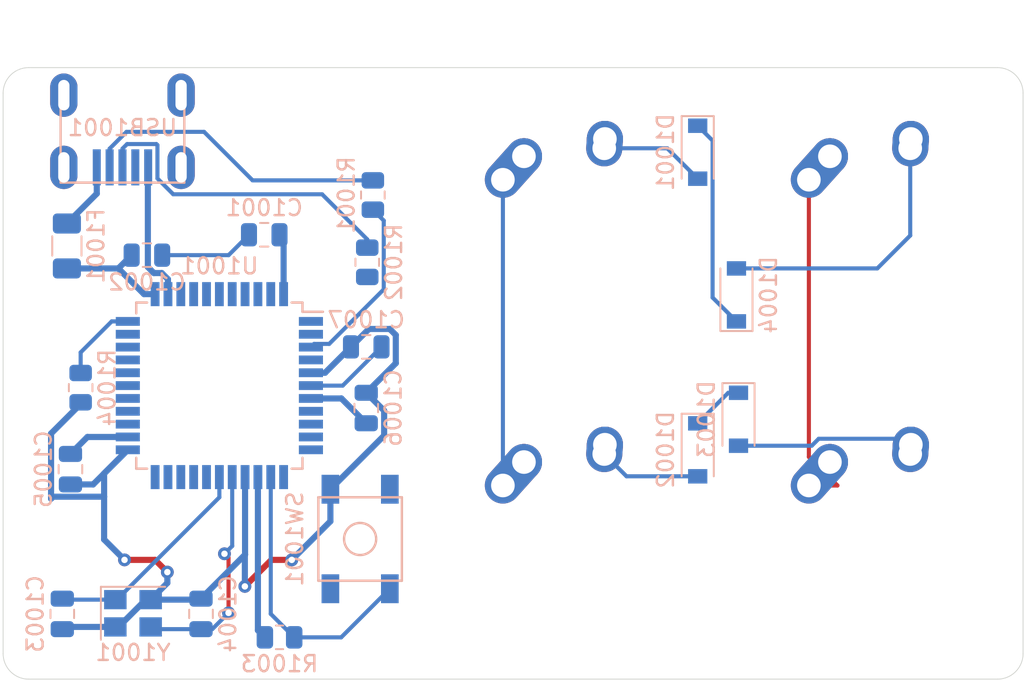
<source format=kicad_pcb>
(kicad_pcb (version 20171130) (host pcbnew "(5.1.10)-1")

  (general
    (thickness 1.6)
    (drawings 8)
    (tracks 129)
    (zones 0)
    (modules 24)
    (nets 50)
  )

  (page A4)
  (layers
    (0 F.Cu signal)
    (31 B.Cu signal)
    (32 B.Adhes user)
    (33 F.Adhes user)
    (34 B.Paste user)
    (35 F.Paste user)
    (36 B.SilkS user)
    (37 F.SilkS user)
    (38 B.Mask user)
    (39 F.Mask user)
    (40 Dwgs.User user)
    (41 Cmts.User user)
    (42 Eco1.User user)
    (43 Eco2.User user)
    (44 Edge.Cuts user)
    (45 Margin user)
    (46 B.CrtYd user)
    (47 F.CrtYd user)
    (48 B.Fab user)
    (49 F.Fab user)
  )

  (setup
    (last_trace_width 0.254)
    (trace_clearance 0.2)
    (zone_clearance 0.508)
    (zone_45_only no)
    (trace_min 0.2)
    (via_size 0.8)
    (via_drill 0.4)
    (via_min_size 0.4)
    (via_min_drill 0.3)
    (uvia_size 0.3)
    (uvia_drill 0.1)
    (uvias_allowed no)
    (uvia_min_size 0.2)
    (uvia_min_drill 0.1)
    (edge_width 0.05)
    (segment_width 0.2)
    (pcb_text_width 0.3)
    (pcb_text_size 1.5 1.5)
    (mod_edge_width 0.12)
    (mod_text_size 1 1)
    (mod_text_width 0.15)
    (pad_size 1.524 1.524)
    (pad_drill 0.762)
    (pad_to_mask_clearance 0)
    (aux_axis_origin 0 0)
    (visible_elements FFFFEF7F)
    (pcbplotparams
      (layerselection 0x010fc_ffffffff)
      (usegerberextensions false)
      (usegerberattributes true)
      (usegerberadvancedattributes true)
      (creategerberjobfile true)
      (excludeedgelayer true)
      (linewidth 0.100000)
      (plotframeref false)
      (viasonmask false)
      (mode 1)
      (useauxorigin false)
      (hpglpennumber 1)
      (hpglpenspeed 20)
      (hpglpendiameter 15.000000)
      (psnegative false)
      (psa4output false)
      (plotreference true)
      (plotvalue true)
      (plotinvisibletext false)
      (padsonsilk false)
      (subtractmaskfromsilk false)
      (outputformat 1)
      (mirror false)
      (drillshape 1)
      (scaleselection 1)
      (outputdirectory ""))
  )

  (net 0 "")
  (net 1 "Net-(C1001-Pad2)")
  (net 2 +5V)
  (net 3 GND)
  (net 4 "Net-(C1003-Pad1)")
  (net 5 "Net-(C1004-Pad1)")
  (net 6 "Net-(C1007-Pad1)")
  (net 7 "Net-(D1001-Pad2)")
  (net 8 ROW0)
  (net 9 "Net-(D1002-Pad2)")
  (net 10 ROW1)
  (net 11 "Net-(D1003-Pad2)")
  (net 12 "Net-(D1004-Pad2)")
  (net 13 VCC)
  (net 14 "Net-(MX1001-Pad1)")
  (net 15 COL1)
  (net 16 "Net-(R1001-Pad2)")
  (net 17 D-)
  (net 18 D+)
  (net 19 "Net-(R1002-Pad1)")
  (net 20 "Net-(R1003-Pad2)")
  (net 21 "Net-(R1004-Pad2)")
  (net 22 "Net-(U1001-Pad42)")
  (net 23 "Net-(U1001-Pad41)")
  (net 24 "Net-(U1001-Pad40)")
  (net 25 "Net-(U1001-Pad39)")
  (net 26 "Net-(U1001-Pad38)")
  (net 27 "Net-(U1001-Pad37)")
  (net 28 "Net-(U1001-Pad36)")
  (net 29 "Net-(U1001-Pad32)")
  (net 30 "Net-(U1001-Pad31)")
  (net 31 "Net-(U1001-Pad30)")
  (net 32 "Net-(U1001-Pad29)")
  (net 33 "Net-(U1001-Pad28)")
  (net 34 "Net-(U1001-Pad27)")
  (net 35 "Net-(U1001-Pad26)")
  (net 36 "Net-(U1001-Pad25)")
  (net 37 "Net-(U1001-Pad22)")
  (net 38 "Net-(U1001-Pad21)")
  (net 39 "Net-(U1001-Pad20)")
  (net 40 "Net-(U1001-Pad19)")
  (net 41 "Net-(U1001-Pad18)")
  (net 42 "Net-(U1001-Pad12)")
  (net 43 "Net-(U1001-Pad11)")
  (net 44 "Net-(U1001-Pad10)")
  (net 45 "Net-(U1001-Pad9)")
  (net 46 "Net-(U1001-Pad8)")
  (net 47 "Net-(U1001-Pad1)")
  (net 48 "Net-(USB1001-Pad6)")
  (net 49 "Net-(USB1001-Pad2)")

  (net_class Default "This is the default net class."
    (clearance 0.2)
    (trace_width 0.254)
    (via_dia 0.8)
    (via_drill 0.4)
    (uvia_dia 0.3)
    (uvia_drill 0.1)
    (add_net COL1)
    (add_net D+)
    (add_net D-)
    (add_net "Net-(C1001-Pad2)")
    (add_net "Net-(C1003-Pad1)")
    (add_net "Net-(C1004-Pad1)")
    (add_net "Net-(C1007-Pad1)")
    (add_net "Net-(D1001-Pad2)")
    (add_net "Net-(D1002-Pad2)")
    (add_net "Net-(D1003-Pad2)")
    (add_net "Net-(D1004-Pad2)")
    (add_net "Net-(MX1001-Pad1)")
    (add_net "Net-(R1001-Pad2)")
    (add_net "Net-(R1002-Pad1)")
    (add_net "Net-(R1003-Pad2)")
    (add_net "Net-(R1004-Pad2)")
    (add_net "Net-(U1001-Pad1)")
    (add_net "Net-(U1001-Pad10)")
    (add_net "Net-(U1001-Pad11)")
    (add_net "Net-(U1001-Pad12)")
    (add_net "Net-(U1001-Pad18)")
    (add_net "Net-(U1001-Pad19)")
    (add_net "Net-(U1001-Pad20)")
    (add_net "Net-(U1001-Pad21)")
    (add_net "Net-(U1001-Pad22)")
    (add_net "Net-(U1001-Pad25)")
    (add_net "Net-(U1001-Pad26)")
    (add_net "Net-(U1001-Pad27)")
    (add_net "Net-(U1001-Pad28)")
    (add_net "Net-(U1001-Pad29)")
    (add_net "Net-(U1001-Pad30)")
    (add_net "Net-(U1001-Pad31)")
    (add_net "Net-(U1001-Pad32)")
    (add_net "Net-(U1001-Pad36)")
    (add_net "Net-(U1001-Pad37)")
    (add_net "Net-(U1001-Pad38)")
    (add_net "Net-(U1001-Pad39)")
    (add_net "Net-(U1001-Pad40)")
    (add_net "Net-(U1001-Pad41)")
    (add_net "Net-(U1001-Pad42)")
    (add_net "Net-(U1001-Pad8)")
    (add_net "Net-(U1001-Pad9)")
    (add_net "Net-(USB1001-Pad2)")
    (add_net "Net-(USB1001-Pad6)")
    (add_net ROW0)
    (add_net ROW1)
  )

  (net_class Power ""
    (clearance 0.2)
    (trace_width 0.381)
    (via_dia 0.8)
    (via_drill 0.4)
    (uvia_dia 0.3)
    (uvia_drill 0.1)
    (add_net +5V)
    (add_net GND)
    (add_net VCC)
  )

  (module Crystal:Crystal_SMD_3225-4Pin_3.2x2.5mm (layer B.Cu) (tedit 5A0FD1B2) (tstamp 64951C02)
    (at -41.1275 26.0595)
    (descr "SMD Crystal SERIES SMD3225/4 http://www.txccrystal.com/images/pdf/7m-accuracy.pdf, 3.2x2.5mm^2 package")
    (tags "SMD SMT crystal")
    (path /649699D7)
    (attr smd)
    (fp_text reference Y1001 (at 0 2.45) (layer B.SilkS)
      (effects (font (size 1 1) (thickness 0.15)) (justify mirror))
    )
    (fp_text value 16MHz (at 0 -2.45) (layer B.Fab)
      (effects (font (size 1 1) (thickness 0.15)) (justify mirror))
    )
    (fp_text user %R (at 0 0) (layer B.Fab)
      (effects (font (size 0.7 0.7) (thickness 0.105)) (justify mirror))
    )
    (fp_line (start -1.6 1.25) (end -1.6 -1.25) (layer B.Fab) (width 0.1))
    (fp_line (start -1.6 -1.25) (end 1.6 -1.25) (layer B.Fab) (width 0.1))
    (fp_line (start 1.6 -1.25) (end 1.6 1.25) (layer B.Fab) (width 0.1))
    (fp_line (start 1.6 1.25) (end -1.6 1.25) (layer B.Fab) (width 0.1))
    (fp_line (start -1.6 -0.25) (end -0.6 -1.25) (layer B.Fab) (width 0.1))
    (fp_line (start -2 1.65) (end -2 -1.65) (layer B.SilkS) (width 0.12))
    (fp_line (start -2 -1.65) (end 2 -1.65) (layer B.SilkS) (width 0.12))
    (fp_line (start -2.1 1.7) (end -2.1 -1.7) (layer B.CrtYd) (width 0.05))
    (fp_line (start -2.1 -1.7) (end 2.1 -1.7) (layer B.CrtYd) (width 0.05))
    (fp_line (start 2.1 -1.7) (end 2.1 1.7) (layer B.CrtYd) (width 0.05))
    (fp_line (start 2.1 1.7) (end -2.1 1.7) (layer B.CrtYd) (width 0.05))
    (pad 4 smd rect (at -1.1 0.85) (size 1.4 1.2) (layers B.Cu B.Paste B.Mask)
      (net 3 GND))
    (pad 3 smd rect (at 1.1 0.85) (size 1.4 1.2) (layers B.Cu B.Paste B.Mask)
      (net 5 "Net-(C1004-Pad1)"))
    (pad 2 smd rect (at 1.1 -0.85) (size 1.4 1.2) (layers B.Cu B.Paste B.Mask)
      (net 3 GND))
    (pad 1 smd rect (at -1.1 -0.85) (size 1.4 1.2) (layers B.Cu B.Paste B.Mask)
      (net 4 "Net-(C1003-Pad1)"))
    (model ${KISYS3DMOD}/Crystal.3dshapes/Crystal_SMD_3225-4Pin_3.2x2.5mm.wrl
      (at (xyz 0 0 0))
      (scale (xyz 1 1 1))
      (rotate (xyz 0 0 0))
    )
  )

  (module random-keyboard-parts:Molex-0548190589 (layer B.Cu) (tedit 5C494815) (tstamp 6495178E)
    (at -41.783 -6.223 270)
    (path /6499C948)
    (attr smd)
    (fp_text reference USB1001 (at 2.032 0) (layer B.SilkS)
      (effects (font (size 1 1) (thickness 0.15)) (justify mirror))
    )
    (fp_text value Molex-0548190589 (at -5.08 0) (layer Dwgs.User)
      (effects (font (size 1 1) (thickness 0.15)))
    )
    (fp_text user %R (at 2 0) (layer B.CrtYd)
      (effects (font (size 1 1) (thickness 0.15)) (justify mirror))
    )
    (fp_line (start -3.75 3.85) (end -3.75 -3.85) (layer Dwgs.User) (width 0.15))
    (fp_line (start -1.75 4.572) (end -1.75 -4.572) (layer Dwgs.User) (width 0.15))
    (fp_line (start -3.75 -3.85) (end 0 -3.85) (layer Dwgs.User) (width 0.15))
    (fp_line (start -3.75 3.85) (end 0 3.85) (layer Dwgs.User) (width 0.15))
    (fp_line (start 5.45 3.85) (end 5.45 -3.85) (layer B.SilkS) (width 0.15))
    (fp_line (start 0 -3.85) (end 5.45 -3.85) (layer B.SilkS) (width 0.15))
    (fp_line (start 0 3.85) (end 5.45 3.85) (layer B.SilkS) (width 0.15))
    (fp_line (start -3.75 3.75) (end 5.5 3.75) (layer B.CrtYd) (width 0.15))
    (fp_line (start 5.5 3.75) (end 5.5 -3.75) (layer B.CrtYd) (width 0.15))
    (fp_line (start 5.5 -3.75) (end -3.75 -3.75) (layer B.CrtYd) (width 0.15))
    (fp_line (start -3.75 -3.75) (end -3.75 3.75) (layer B.CrtYd) (width 0.15))
    (fp_line (start 5.5 2) (end 3.25 2) (layer B.CrtYd) (width 0.15))
    (fp_line (start 3.25 2) (end 3.25 -2) (layer B.CrtYd) (width 0.15))
    (fp_line (start 3.25 -2) (end 5.5 -2) (layer B.CrtYd) (width 0.15))
    (fp_line (start 5.5 -1.25) (end 3.25 -1.25) (layer B.CrtYd) (width 0.15))
    (fp_line (start 3.25 -0.5) (end 5.5 -0.5) (layer B.CrtYd) (width 0.15))
    (fp_line (start 5.5 0.5) (end 3.25 0.5) (layer B.CrtYd) (width 0.15))
    (fp_line (start 3.25 1.25) (end 5.5 1.25) (layer B.CrtYd) (width 0.15))
    (pad 6 thru_hole oval (at 0 3.65 270) (size 2.7 1.7) (drill oval 1.9 0.7) (layers *.Cu *.Mask)
      (net 48 "Net-(USB1001-Pad6)"))
    (pad 6 thru_hole oval (at 0 -3.65 270) (size 2.7 1.7) (drill oval 1.9 0.7) (layers *.Cu *.Mask)
      (net 48 "Net-(USB1001-Pad6)"))
    (pad 6 thru_hole oval (at 4.5 -3.65 270) (size 2.7 1.7) (drill oval 1.9 0.7) (layers *.Cu *.Mask)
      (net 48 "Net-(USB1001-Pad6)"))
    (pad 6 thru_hole oval (at 4.5 3.65 270) (size 2.7 1.7) (drill oval 1.9 0.7) (layers *.Cu *.Mask)
      (net 48 "Net-(USB1001-Pad6)"))
    (pad 5 smd rect (at 4.5 1.6 270) (size 2.25 0.5) (layers B.Cu B.Paste B.Mask)
      (net 13 VCC))
    (pad 4 smd rect (at 4.5 0.8 270) (size 2.25 0.5) (layers B.Cu B.Paste B.Mask)
      (net 17 D-))
    (pad 3 smd rect (at 4.5 0 270) (size 2.25 0.5) (layers B.Cu B.Paste B.Mask)
      (net 18 D+))
    (pad 2 smd rect (at 4.5 -0.8 270) (size 2.25 0.5) (layers B.Cu B.Paste B.Mask)
      (net 49 "Net-(USB1001-Pad2)"))
    (pad 1 smd rect (at 4.5 -1.6 270) (size 2.25 0.5) (layers B.Cu B.Paste B.Mask)
      (net 3 GND))
  )

  (module Package_QFP:TQFP-44_10x10mm_P0.8mm (layer B.Cu) (tedit 5A02F146) (tstamp 6495180E)
    (at -35.7505 11.8745 180)
    (descr "44-Lead Plastic Thin Quad Flatpack (PT) - 10x10x1.0 mm Body [TQFP] (see Microchip Packaging Specification 00000049BS.pdf)")
    (tags "QFP 0.8")
    (path /6491E8BB)
    (attr smd)
    (fp_text reference U1001 (at 0 7.45) (layer B.SilkS)
      (effects (font (size 1 1) (thickness 0.15)) (justify mirror))
    )
    (fp_text value ATmega32U4-AU (at 0 -7.45) (layer B.Fab)
      (effects (font (size 1 1) (thickness 0.15)) (justify mirror))
    )
    (fp_text user %R (at 0 0) (layer B.Fab)
      (effects (font (size 1 1) (thickness 0.15)) (justify mirror))
    )
    (fp_line (start -4 5) (end 5 5) (layer B.Fab) (width 0.15))
    (fp_line (start 5 5) (end 5 -5) (layer B.Fab) (width 0.15))
    (fp_line (start 5 -5) (end -5 -5) (layer B.Fab) (width 0.15))
    (fp_line (start -5 -5) (end -5 4) (layer B.Fab) (width 0.15))
    (fp_line (start -5 4) (end -4 5) (layer B.Fab) (width 0.15))
    (fp_line (start -6.7 6.7) (end -6.7 -6.7) (layer B.CrtYd) (width 0.05))
    (fp_line (start 6.7 6.7) (end 6.7 -6.7) (layer B.CrtYd) (width 0.05))
    (fp_line (start -6.7 6.7) (end 6.7 6.7) (layer B.CrtYd) (width 0.05))
    (fp_line (start -6.7 -6.7) (end 6.7 -6.7) (layer B.CrtYd) (width 0.05))
    (fp_line (start -5.175 5.175) (end -5.175 4.6) (layer B.SilkS) (width 0.15))
    (fp_line (start 5.175 5.175) (end 5.175 4.5) (layer B.SilkS) (width 0.15))
    (fp_line (start 5.175 -5.175) (end 5.175 -4.5) (layer B.SilkS) (width 0.15))
    (fp_line (start -5.175 -5.175) (end -5.175 -4.5) (layer B.SilkS) (width 0.15))
    (fp_line (start -5.175 5.175) (end -4.5 5.175) (layer B.SilkS) (width 0.15))
    (fp_line (start -5.175 -5.175) (end -4.5 -5.175) (layer B.SilkS) (width 0.15))
    (fp_line (start 5.175 -5.175) (end 4.5 -5.175) (layer B.SilkS) (width 0.15))
    (fp_line (start 5.175 5.175) (end 4.5 5.175) (layer B.SilkS) (width 0.15))
    (fp_line (start -5.175 4.6) (end -6.45 4.6) (layer B.SilkS) (width 0.15))
    (pad 44 smd rect (at -4 5.7 90) (size 1.5 0.55) (layers B.Cu B.Paste B.Mask)
      (net 2 +5V))
    (pad 43 smd rect (at -3.2 5.7 90) (size 1.5 0.55) (layers B.Cu B.Paste B.Mask)
      (net 3 GND))
    (pad 42 smd rect (at -2.4 5.7 90) (size 1.5 0.55) (layers B.Cu B.Paste B.Mask)
      (net 22 "Net-(U1001-Pad42)"))
    (pad 41 smd rect (at -1.6 5.7 90) (size 1.5 0.55) (layers B.Cu B.Paste B.Mask)
      (net 23 "Net-(U1001-Pad41)"))
    (pad 40 smd rect (at -0.8 5.7 90) (size 1.5 0.55) (layers B.Cu B.Paste B.Mask)
      (net 24 "Net-(U1001-Pad40)"))
    (pad 39 smd rect (at 0 5.7 90) (size 1.5 0.55) (layers B.Cu B.Paste B.Mask)
      (net 25 "Net-(U1001-Pad39)"))
    (pad 38 smd rect (at 0.8 5.7 90) (size 1.5 0.55) (layers B.Cu B.Paste B.Mask)
      (net 26 "Net-(U1001-Pad38)"))
    (pad 37 smd rect (at 1.6 5.7 90) (size 1.5 0.55) (layers B.Cu B.Paste B.Mask)
      (net 27 "Net-(U1001-Pad37)"))
    (pad 36 smd rect (at 2.4 5.7 90) (size 1.5 0.55) (layers B.Cu B.Paste B.Mask)
      (net 28 "Net-(U1001-Pad36)"))
    (pad 35 smd rect (at 3.2 5.7 90) (size 1.5 0.55) (layers B.Cu B.Paste B.Mask)
      (net 3 GND))
    (pad 34 smd rect (at 4 5.7 90) (size 1.5 0.55) (layers B.Cu B.Paste B.Mask)
      (net 2 +5V))
    (pad 33 smd rect (at 5.7 4 180) (size 1.5 0.55) (layers B.Cu B.Paste B.Mask)
      (net 21 "Net-(R1004-Pad2)"))
    (pad 32 smd rect (at 5.7 3.2 180) (size 1.5 0.55) (layers B.Cu B.Paste B.Mask)
      (net 29 "Net-(U1001-Pad32)"))
    (pad 31 smd rect (at 5.7 2.4 180) (size 1.5 0.55) (layers B.Cu B.Paste B.Mask)
      (net 30 "Net-(U1001-Pad31)"))
    (pad 30 smd rect (at 5.7 1.6 180) (size 1.5 0.55) (layers B.Cu B.Paste B.Mask)
      (net 31 "Net-(U1001-Pad30)"))
    (pad 29 smd rect (at 5.7 0.8 180) (size 1.5 0.55) (layers B.Cu B.Paste B.Mask)
      (net 32 "Net-(U1001-Pad29)"))
    (pad 28 smd rect (at 5.7 0 180) (size 1.5 0.55) (layers B.Cu B.Paste B.Mask)
      (net 33 "Net-(U1001-Pad28)"))
    (pad 27 smd rect (at 5.7 -0.8 180) (size 1.5 0.55) (layers B.Cu B.Paste B.Mask)
      (net 34 "Net-(U1001-Pad27)"))
    (pad 26 smd rect (at 5.7 -1.6 180) (size 1.5 0.55) (layers B.Cu B.Paste B.Mask)
      (net 35 "Net-(U1001-Pad26)"))
    (pad 25 smd rect (at 5.7 -2.4 180) (size 1.5 0.55) (layers B.Cu B.Paste B.Mask)
      (net 36 "Net-(U1001-Pad25)"))
    (pad 24 smd rect (at 5.7 -3.2 180) (size 1.5 0.55) (layers B.Cu B.Paste B.Mask)
      (net 2 +5V))
    (pad 23 smd rect (at 5.7 -4 180) (size 1.5 0.55) (layers B.Cu B.Paste B.Mask)
      (net 3 GND))
    (pad 22 smd rect (at 4 -5.7 90) (size 1.5 0.55) (layers B.Cu B.Paste B.Mask)
      (net 37 "Net-(U1001-Pad22)"))
    (pad 21 smd rect (at 3.2 -5.7 90) (size 1.5 0.55) (layers B.Cu B.Paste B.Mask)
      (net 38 "Net-(U1001-Pad21)"))
    (pad 20 smd rect (at 2.4 -5.7 90) (size 1.5 0.55) (layers B.Cu B.Paste B.Mask)
      (net 39 "Net-(U1001-Pad20)"))
    (pad 19 smd rect (at 1.6 -5.7 90) (size 1.5 0.55) (layers B.Cu B.Paste B.Mask)
      (net 40 "Net-(U1001-Pad19)"))
    (pad 18 smd rect (at 0.8 -5.7 90) (size 1.5 0.55) (layers B.Cu B.Paste B.Mask)
      (net 41 "Net-(U1001-Pad18)"))
    (pad 17 smd rect (at 0 -5.7 90) (size 1.5 0.55) (layers B.Cu B.Paste B.Mask)
      (net 4 "Net-(C1003-Pad1)"))
    (pad 16 smd rect (at -0.8 -5.7 90) (size 1.5 0.55) (layers B.Cu B.Paste B.Mask)
      (net 5 "Net-(C1004-Pad1)"))
    (pad 15 smd rect (at -1.6 -5.7 90) (size 1.5 0.55) (layers B.Cu B.Paste B.Mask)
      (net 3 GND))
    (pad 14 smd rect (at -2.4 -5.7 90) (size 1.5 0.55) (layers B.Cu B.Paste B.Mask)
      (net 2 +5V))
    (pad 13 smd rect (at -3.2 -5.7 90) (size 1.5 0.55) (layers B.Cu B.Paste B.Mask)
      (net 20 "Net-(R1003-Pad2)"))
    (pad 12 smd rect (at -4 -5.7 90) (size 1.5 0.55) (layers B.Cu B.Paste B.Mask)
      (net 42 "Net-(U1001-Pad12)"))
    (pad 11 smd rect (at -5.7 -4 180) (size 1.5 0.55) (layers B.Cu B.Paste B.Mask)
      (net 43 "Net-(U1001-Pad11)"))
    (pad 10 smd rect (at -5.7 -3.2 180) (size 1.5 0.55) (layers B.Cu B.Paste B.Mask)
      (net 44 "Net-(U1001-Pad10)"))
    (pad 9 smd rect (at -5.7 -2.4 180) (size 1.5 0.55) (layers B.Cu B.Paste B.Mask)
      (net 45 "Net-(U1001-Pad9)"))
    (pad 8 smd rect (at -5.7 -1.6 180) (size 1.5 0.55) (layers B.Cu B.Paste B.Mask)
      (net 46 "Net-(U1001-Pad8)"))
    (pad 7 smd rect (at -5.7 -0.8 180) (size 1.5 0.55) (layers B.Cu B.Paste B.Mask)
      (net 2 +5V))
    (pad 6 smd rect (at -5.7 0 180) (size 1.5 0.55) (layers B.Cu B.Paste B.Mask)
      (net 6 "Net-(C1007-Pad1)"))
    (pad 5 smd rect (at -5.7 0.8 180) (size 1.5 0.55) (layers B.Cu B.Paste B.Mask)
      (net 3 GND))
    (pad 4 smd rect (at -5.7 1.6 180) (size 1.5 0.55) (layers B.Cu B.Paste B.Mask)
      (net 19 "Net-(R1002-Pad1)"))
    (pad 3 smd rect (at -5.7 2.4 180) (size 1.5 0.55) (layers B.Cu B.Paste B.Mask)
      (net 16 "Net-(R1001-Pad2)"))
    (pad 2 smd rect (at -5.7 3.2 180) (size 1.5 0.55) (layers B.Cu B.Paste B.Mask)
      (net 2 +5V))
    (pad 1 smd rect (at -5.7 4 180) (size 1.5 0.55) (layers B.Cu B.Paste B.Mask)
      (net 47 "Net-(U1001-Pad1)"))
    (model ${KISYS3DMOD}/Package_QFP.3dshapes/TQFP-44_10x10mm_P0.8mm.wrl
      (at (xyz 0 0 0))
      (scale (xyz 1 1 1))
      (rotate (xyz 0 0 0))
    )
  )

  (module random-keyboard-parts:SKQG-1155865 (layer B.Cu) (tedit 5E62B398) (tstamp 64956841)
    (at -26.9875 21.43125 90)
    (path /64985146)
    (attr smd)
    (fp_text reference SW1001 (at 0 -4.064 90) (layer B.SilkS)
      (effects (font (size 1 1) (thickness 0.15)) (justify mirror))
    )
    (fp_text value SW_Push (at 0 4.064 90) (layer B.Fab)
      (effects (font (size 1 1) (thickness 0.15)) (justify mirror))
    )
    (fp_line (start -2.6 -1.1) (end -1.1 -2.6) (layer B.Fab) (width 0.15))
    (fp_line (start 2.6 -1.1) (end 1.1 -2.6) (layer B.Fab) (width 0.15))
    (fp_line (start 2.6 1.1) (end 1.1 2.6) (layer B.Fab) (width 0.15))
    (fp_line (start -2.6 1.1) (end -1.1 2.6) (layer B.Fab) (width 0.15))
    (fp_circle (center 0 0) (end 1 0) (layer B.Fab) (width 0.15))
    (fp_line (start -4.2 1.1) (end -4.2 2.6) (layer B.Fab) (width 0.15))
    (fp_line (start -2.6 1.1) (end -4.2 1.1) (layer B.Fab) (width 0.15))
    (fp_line (start -2.6 -1.1) (end -2.6 1.1) (layer B.Fab) (width 0.15))
    (fp_line (start -4.2 -1.1) (end -2.6 -1.1) (layer B.Fab) (width 0.15))
    (fp_line (start -4.2 -2.6) (end -4.2 -1.1) (layer B.Fab) (width 0.15))
    (fp_line (start 4.2 -2.6) (end -4.2 -2.6) (layer B.Fab) (width 0.15))
    (fp_line (start 4.2 -1.1) (end 4.2 -2.6) (layer B.Fab) (width 0.15))
    (fp_line (start 2.6 -1.1) (end 4.2 -1.1) (layer B.Fab) (width 0.15))
    (fp_line (start 2.6 1.1) (end 2.6 -1.1) (layer B.Fab) (width 0.15))
    (fp_line (start 4.2 1.1) (end 2.6 1.1) (layer B.Fab) (width 0.15))
    (fp_line (start 4.2 2.6) (end 4.2 1.2) (layer B.Fab) (width 0.15))
    (fp_line (start -4.2 2.6) (end 4.2 2.6) (layer B.Fab) (width 0.15))
    (fp_circle (center 0 0) (end 1 0) (layer B.SilkS) (width 0.15))
    (fp_line (start -2.6 -2.6) (end -2.6 2.6) (layer B.SilkS) (width 0.15))
    (fp_line (start 2.6 -2.6) (end -2.6 -2.6) (layer B.SilkS) (width 0.15))
    (fp_line (start 2.6 2.6) (end 2.6 -2.6) (layer B.SilkS) (width 0.15))
    (fp_line (start -2.6 2.6) (end 2.6 2.6) (layer B.SilkS) (width 0.15))
    (pad 4 smd rect (at -3.1 -1.85 90) (size 1.8 1.1) (layers B.Cu B.Paste B.Mask))
    (pad 3 smd rect (at 3.1 1.85 90) (size 1.8 1.1) (layers B.Cu B.Paste B.Mask))
    (pad 2 smd rect (at -3.1 1.85 90) (size 1.8 1.1) (layers B.Cu B.Paste B.Mask)
      (net 20 "Net-(R1003-Pad2)"))
    (pad 1 smd rect (at 3.1 -1.85 90) (size 1.8 1.1) (layers B.Cu B.Paste B.Mask)
      (net 3 GND))
    (model ${KISYS3DMOD}/Button_Switch_SMD.3dshapes/SW_SPST_TL3342.step
      (at (xyz 0 0 0))
      (scale (xyz 1 1 1))
      (rotate (xyz 0 0 0))
    )
  )

  (module Resistor_SMD:R_0805_2012Metric (layer B.Cu) (tedit 5F68FEEE) (tstamp 649518F9)
    (at -44.3865 12.0015 90)
    (descr "Resistor SMD 0805 (2012 Metric), square (rectangular) end terminal, IPC_7351 nominal, (Body size source: IPC-SM-782 page 72, https://www.pcb-3d.com/wordpress/wp-content/uploads/ipc-sm-782a_amendment_1_and_2.pdf), generated with kicad-footprint-generator")
    (tags resistor)
    (path /64927D35)
    (attr smd)
    (fp_text reference R1004 (at 0 1.65 90) (layer B.SilkS)
      (effects (font (size 1 1) (thickness 0.15)) (justify mirror))
    )
    (fp_text value 10k (at 0 -1.65 90) (layer B.Fab)
      (effects (font (size 1 1) (thickness 0.15)) (justify mirror))
    )
    (fp_text user %R (at 0 0 90) (layer B.Fab)
      (effects (font (size 0.5 0.5) (thickness 0.08)) (justify mirror))
    )
    (fp_line (start -1 -0.625) (end -1 0.625) (layer B.Fab) (width 0.1))
    (fp_line (start -1 0.625) (end 1 0.625) (layer B.Fab) (width 0.1))
    (fp_line (start 1 0.625) (end 1 -0.625) (layer B.Fab) (width 0.1))
    (fp_line (start 1 -0.625) (end -1 -0.625) (layer B.Fab) (width 0.1))
    (fp_line (start -0.227064 0.735) (end 0.227064 0.735) (layer B.SilkS) (width 0.12))
    (fp_line (start -0.227064 -0.735) (end 0.227064 -0.735) (layer B.SilkS) (width 0.12))
    (fp_line (start -1.68 -0.95) (end -1.68 0.95) (layer B.CrtYd) (width 0.05))
    (fp_line (start -1.68 0.95) (end 1.68 0.95) (layer B.CrtYd) (width 0.05))
    (fp_line (start 1.68 0.95) (end 1.68 -0.95) (layer B.CrtYd) (width 0.05))
    (fp_line (start 1.68 -0.95) (end -1.68 -0.95) (layer B.CrtYd) (width 0.05))
    (pad 2 smd roundrect (at 0.9125 0 90) (size 1.025 1.4) (layers B.Cu B.Paste B.Mask) (roundrect_rratio 0.243902)
      (net 21 "Net-(R1004-Pad2)"))
    (pad 1 smd roundrect (at -0.9125 0 90) (size 1.025 1.4) (layers B.Cu B.Paste B.Mask) (roundrect_rratio 0.243902)
      (net 3 GND))
    (model ${KISYS3DMOD}/Resistor_SMD.3dshapes/R_0805_2012Metric.wrl
      (at (xyz 0 0 0))
      (scale (xyz 1 1 1))
      (rotate (xyz 0 0 0))
    )
  )

  (module Resistor_SMD:R_0805_2012Metric (layer B.Cu) (tedit 5F68FEEE) (tstamp 6495171F)
    (at -32.004 27.559)
    (descr "Resistor SMD 0805 (2012 Metric), square (rectangular) end terminal, IPC_7351 nominal, (Body size source: IPC-SM-782 page 72, https://www.pcb-3d.com/wordpress/wp-content/uploads/ipc-sm-782a_amendment_1_and_2.pdf), generated with kicad-footprint-generator")
    (tags resistor)
    (path /6498A550)
    (attr smd)
    (fp_text reference R1003 (at 0 1.65) (layer B.SilkS)
      (effects (font (size 1 1) (thickness 0.15)) (justify mirror))
    )
    (fp_text value 10k (at 0 -1.65) (layer B.Fab)
      (effects (font (size 1 1) (thickness 0.15)) (justify mirror))
    )
    (fp_text user %R (at 0 0) (layer B.Fab)
      (effects (font (size 0.5 0.5) (thickness 0.08)) (justify mirror))
    )
    (fp_line (start -1 -0.625) (end -1 0.625) (layer B.Fab) (width 0.1))
    (fp_line (start -1 0.625) (end 1 0.625) (layer B.Fab) (width 0.1))
    (fp_line (start 1 0.625) (end 1 -0.625) (layer B.Fab) (width 0.1))
    (fp_line (start 1 -0.625) (end -1 -0.625) (layer B.Fab) (width 0.1))
    (fp_line (start -0.227064 0.735) (end 0.227064 0.735) (layer B.SilkS) (width 0.12))
    (fp_line (start -0.227064 -0.735) (end 0.227064 -0.735) (layer B.SilkS) (width 0.12))
    (fp_line (start -1.68 -0.95) (end -1.68 0.95) (layer B.CrtYd) (width 0.05))
    (fp_line (start -1.68 0.95) (end 1.68 0.95) (layer B.CrtYd) (width 0.05))
    (fp_line (start 1.68 0.95) (end 1.68 -0.95) (layer B.CrtYd) (width 0.05))
    (fp_line (start 1.68 -0.95) (end -1.68 -0.95) (layer B.CrtYd) (width 0.05))
    (pad 2 smd roundrect (at 0.9125 0) (size 1.025 1.4) (layers B.Cu B.Paste B.Mask) (roundrect_rratio 0.243902)
      (net 20 "Net-(R1003-Pad2)"))
    (pad 1 smd roundrect (at -0.9125 0) (size 1.025 1.4) (layers B.Cu B.Paste B.Mask) (roundrect_rratio 0.243902)
      (net 2 +5V))
    (model ${KISYS3DMOD}/Resistor_SMD.3dshapes/R_0805_2012Metric.wrl
      (at (xyz 0 0 0))
      (scale (xyz 1 1 1))
      (rotate (xyz 0 0 0))
    )
  )

  (module Resistor_SMD:R_0805_2012Metric (layer B.Cu) (tedit 5F68FEEE) (tstamp 64956E23)
    (at -26.543 4.191 90)
    (descr "Resistor SMD 0805 (2012 Metric), square (rectangular) end terminal, IPC_7351 nominal, (Body size source: IPC-SM-782 page 72, https://www.pcb-3d.com/wordpress/wp-content/uploads/ipc-sm-782a_amendment_1_and_2.pdf), generated with kicad-footprint-generator")
    (tags resistor)
    (path /6492B621)
    (attr smd)
    (fp_text reference R1002 (at 0 1.65 90) (layer B.SilkS)
      (effects (font (size 1 1) (thickness 0.15)) (justify mirror))
    )
    (fp_text value 22 (at 0 -1.65 90) (layer B.Fab)
      (effects (font (size 1 1) (thickness 0.15)) (justify mirror))
    )
    (fp_text user %R (at 0 0 90) (layer B.Fab)
      (effects (font (size 0.5 0.5) (thickness 0.08)) (justify mirror))
    )
    (fp_line (start -1 -0.625) (end -1 0.625) (layer B.Fab) (width 0.1))
    (fp_line (start -1 0.625) (end 1 0.625) (layer B.Fab) (width 0.1))
    (fp_line (start 1 0.625) (end 1 -0.625) (layer B.Fab) (width 0.1))
    (fp_line (start 1 -0.625) (end -1 -0.625) (layer B.Fab) (width 0.1))
    (fp_line (start -0.227064 0.735) (end 0.227064 0.735) (layer B.SilkS) (width 0.12))
    (fp_line (start -0.227064 -0.735) (end 0.227064 -0.735) (layer B.SilkS) (width 0.12))
    (fp_line (start -1.68 -0.95) (end -1.68 0.95) (layer B.CrtYd) (width 0.05))
    (fp_line (start -1.68 0.95) (end 1.68 0.95) (layer B.CrtYd) (width 0.05))
    (fp_line (start 1.68 0.95) (end 1.68 -0.95) (layer B.CrtYd) (width 0.05))
    (fp_line (start 1.68 -0.95) (end -1.68 -0.95) (layer B.CrtYd) (width 0.05))
    (pad 2 smd roundrect (at 0.9125 0 90) (size 1.025 1.4) (layers B.Cu B.Paste B.Mask) (roundrect_rratio 0.243902)
      (net 18 D+))
    (pad 1 smd roundrect (at -0.9125 0 90) (size 1.025 1.4) (layers B.Cu B.Paste B.Mask) (roundrect_rratio 0.243902)
      (net 19 "Net-(R1002-Pad1)"))
    (model ${KISYS3DMOD}/Resistor_SMD.3dshapes/R_0805_2012Metric.wrl
      (at (xyz 0 0 0))
      (scale (xyz 1 1 1))
      (rotate (xyz 0 0 0))
    )
  )

  (module Resistor_SMD:R_0805_2012Metric (layer B.Cu) (tedit 5F68FEEE) (tstamp 6495174F)
    (at -26.19375 0 270)
    (descr "Resistor SMD 0805 (2012 Metric), square (rectangular) end terminal, IPC_7351 nominal, (Body size source: IPC-SM-782 page 72, https://www.pcb-3d.com/wordpress/wp-content/uploads/ipc-sm-782a_amendment_1_and_2.pdf), generated with kicad-footprint-generator")
    (tags resistor)
    (path /6492BD1C)
    (attr smd)
    (fp_text reference R1001 (at 0 1.65 270) (layer B.SilkS)
      (effects (font (size 1 1) (thickness 0.15)) (justify mirror))
    )
    (fp_text value 22 (at 0 -1.65 270) (layer B.Fab)
      (effects (font (size 1 1) (thickness 0.15)) (justify mirror))
    )
    (fp_text user %R (at 0 0 270) (layer B.Fab)
      (effects (font (size 0.5 0.5) (thickness 0.08)) (justify mirror))
    )
    (fp_line (start -1 -0.625) (end -1 0.625) (layer B.Fab) (width 0.1))
    (fp_line (start -1 0.625) (end 1 0.625) (layer B.Fab) (width 0.1))
    (fp_line (start 1 0.625) (end 1 -0.625) (layer B.Fab) (width 0.1))
    (fp_line (start 1 -0.625) (end -1 -0.625) (layer B.Fab) (width 0.1))
    (fp_line (start -0.227064 0.735) (end 0.227064 0.735) (layer B.SilkS) (width 0.12))
    (fp_line (start -0.227064 -0.735) (end 0.227064 -0.735) (layer B.SilkS) (width 0.12))
    (fp_line (start -1.68 -0.95) (end -1.68 0.95) (layer B.CrtYd) (width 0.05))
    (fp_line (start -1.68 0.95) (end 1.68 0.95) (layer B.CrtYd) (width 0.05))
    (fp_line (start 1.68 0.95) (end 1.68 -0.95) (layer B.CrtYd) (width 0.05))
    (fp_line (start 1.68 -0.95) (end -1.68 -0.95) (layer B.CrtYd) (width 0.05))
    (pad 2 smd roundrect (at 0.9125 0 270) (size 1.025 1.4) (layers B.Cu B.Paste B.Mask) (roundrect_rratio 0.243902)
      (net 16 "Net-(R1001-Pad2)"))
    (pad 1 smd roundrect (at -0.9125 0 270) (size 1.025 1.4) (layers B.Cu B.Paste B.Mask) (roundrect_rratio 0.243902)
      (net 17 D-))
    (model ${KISYS3DMOD}/Resistor_SMD.3dshapes/R_0805_2012Metric.wrl
      (at (xyz 0 0 0))
      (scale (xyz 1 1 1))
      (rotate (xyz 0 0 0))
    )
  )

  (module MX_Alps_Hybrid:MX-1U-NoLED (layer F.Cu) (tedit 5A9F5203) (tstamp 6495195F)
    (at 4.7625 1.5875)
    (path /649CE3E6)
    (fp_text reference MX1004 (at 0 3.175) (layer Dwgs.User)
      (effects (font (size 1 1) (thickness 0.15)))
    )
    (fp_text value MX-NoLED (at 0 -7.9375) (layer Dwgs.User)
      (effects (font (size 1 1) (thickness 0.15)))
    )
    (fp_line (start 5 -7) (end 7 -7) (layer Dwgs.User) (width 0.15))
    (fp_line (start 7 -7) (end 7 -5) (layer Dwgs.User) (width 0.15))
    (fp_line (start 5 7) (end 7 7) (layer Dwgs.User) (width 0.15))
    (fp_line (start 7 7) (end 7 5) (layer Dwgs.User) (width 0.15))
    (fp_line (start -7 5) (end -7 7) (layer Dwgs.User) (width 0.15))
    (fp_line (start -7 7) (end -5 7) (layer Dwgs.User) (width 0.15))
    (fp_line (start -5 -7) (end -7 -7) (layer Dwgs.User) (width 0.15))
    (fp_line (start -7 -7) (end -7 -5) (layer Dwgs.User) (width 0.15))
    (fp_line (start -9.525 -9.525) (end 9.525 -9.525) (layer Dwgs.User) (width 0.15))
    (fp_line (start 9.525 -9.525) (end 9.525 9.525) (layer Dwgs.User) (width 0.15))
    (fp_line (start 9.525 9.525) (end -9.525 9.525) (layer Dwgs.User) (width 0.15))
    (fp_line (start -9.525 9.525) (end -9.525 -9.525) (layer Dwgs.User) (width 0.15))
    (pad "" np_thru_hole circle (at 5.08 0 48.0996) (size 1.75 1.75) (drill 1.75) (layers *.Cu *.Mask))
    (pad "" np_thru_hole circle (at -5.08 0 48.0996) (size 1.75 1.75) (drill 1.75) (layers *.Cu *.Mask))
    (pad 1 thru_hole circle (at -2.5 -4) (size 2.25 2.25) (drill 1.47) (layers *.Cu B.Mask)
      (net 15 COL1))
    (pad "" np_thru_hole circle (at 0 0) (size 3.9878 3.9878) (drill 3.9878) (layers *.Cu *.Mask))
    (pad 1 thru_hole oval (at -3.81 -2.54 48.0996) (size 4.211556 2.25) (drill 1.47 (offset 0.980778 0)) (layers *.Cu B.Mask)
      (net 15 COL1))
    (pad 2 thru_hole circle (at 2.54 -5.08) (size 2.25 2.25) (drill 1.47) (layers *.Cu B.Mask)
      (net 12 "Net-(D1004-Pad2)"))
    (pad 2 thru_hole oval (at 2.5 -4.5 86.0548) (size 2.831378 2.25) (drill 1.47 (offset 0.290689 0)) (layers *.Cu B.Mask)
      (net 12 "Net-(D1004-Pad2)"))
  )

  (module MX_Alps_Hybrid:MX-1U-NoLED (layer F.Cu) (tedit 5A9F5203) (tstamp 649519A1)
    (at 4.7625 20.6375)
    (path /649E7D7E)
    (fp_text reference MX1003 (at 0 3.175) (layer Dwgs.User)
      (effects (font (size 1 1) (thickness 0.15)))
    )
    (fp_text value MX-NoLED (at 0 -7.9375) (layer Dwgs.User)
      (effects (font (size 1 1) (thickness 0.15)))
    )
    (fp_line (start 5 -7) (end 7 -7) (layer Dwgs.User) (width 0.15))
    (fp_line (start 7 -7) (end 7 -5) (layer Dwgs.User) (width 0.15))
    (fp_line (start 5 7) (end 7 7) (layer Dwgs.User) (width 0.15))
    (fp_line (start 7 7) (end 7 5) (layer Dwgs.User) (width 0.15))
    (fp_line (start -7 5) (end -7 7) (layer Dwgs.User) (width 0.15))
    (fp_line (start -7 7) (end -5 7) (layer Dwgs.User) (width 0.15))
    (fp_line (start -5 -7) (end -7 -7) (layer Dwgs.User) (width 0.15))
    (fp_line (start -7 -7) (end -7 -5) (layer Dwgs.User) (width 0.15))
    (fp_line (start -9.525 -9.525) (end 9.525 -9.525) (layer Dwgs.User) (width 0.15))
    (fp_line (start 9.525 -9.525) (end 9.525 9.525) (layer Dwgs.User) (width 0.15))
    (fp_line (start 9.525 9.525) (end -9.525 9.525) (layer Dwgs.User) (width 0.15))
    (fp_line (start -9.525 9.525) (end -9.525 -9.525) (layer Dwgs.User) (width 0.15))
    (pad "" np_thru_hole circle (at 5.08 0 48.0996) (size 1.75 1.75) (drill 1.75) (layers *.Cu *.Mask))
    (pad "" np_thru_hole circle (at -5.08 0 48.0996) (size 1.75 1.75) (drill 1.75) (layers *.Cu *.Mask))
    (pad 1 thru_hole circle (at -2.5 -4) (size 2.25 2.25) (drill 1.47) (layers *.Cu B.Mask)
      (net 15 COL1))
    (pad "" np_thru_hole circle (at 0 0) (size 3.9878 3.9878) (drill 3.9878) (layers *.Cu *.Mask))
    (pad 1 thru_hole oval (at -3.81 -2.54 48.0996) (size 4.211556 2.25) (drill 1.47 (offset 0.980778 0)) (layers *.Cu B.Mask)
      (net 15 COL1))
    (pad 2 thru_hole circle (at 2.54 -5.08) (size 2.25 2.25) (drill 1.47) (layers *.Cu B.Mask)
      (net 11 "Net-(D1003-Pad2)"))
    (pad 2 thru_hole oval (at 2.5 -4.5 86.0548) (size 2.831378 2.25) (drill 1.47 (offset 0.290689 0)) (layers *.Cu B.Mask)
      (net 11 "Net-(D1003-Pad2)"))
  )

  (module MX_Alps_Hybrid:MX-1U-NoLED (layer F.Cu) (tedit 5A9F5203) (tstamp 64951CFE)
    (at -14.2875 20.6375)
    (path /649E3D01)
    (fp_text reference MX1002 (at 0 3.175) (layer Dwgs.User)
      (effects (font (size 1 1) (thickness 0.15)))
    )
    (fp_text value MX-NoLED (at 0 -7.9375) (layer Dwgs.User)
      (effects (font (size 1 1) (thickness 0.15)))
    )
    (fp_line (start 5 -7) (end 7 -7) (layer Dwgs.User) (width 0.15))
    (fp_line (start 7 -7) (end 7 -5) (layer Dwgs.User) (width 0.15))
    (fp_line (start 5 7) (end 7 7) (layer Dwgs.User) (width 0.15))
    (fp_line (start 7 7) (end 7 5) (layer Dwgs.User) (width 0.15))
    (fp_line (start -7 5) (end -7 7) (layer Dwgs.User) (width 0.15))
    (fp_line (start -7 7) (end -5 7) (layer Dwgs.User) (width 0.15))
    (fp_line (start -5 -7) (end -7 -7) (layer Dwgs.User) (width 0.15))
    (fp_line (start -7 -7) (end -7 -5) (layer Dwgs.User) (width 0.15))
    (fp_line (start -9.525 -9.525) (end 9.525 -9.525) (layer Dwgs.User) (width 0.15))
    (fp_line (start 9.525 -9.525) (end 9.525 9.525) (layer Dwgs.User) (width 0.15))
    (fp_line (start 9.525 9.525) (end -9.525 9.525) (layer Dwgs.User) (width 0.15))
    (fp_line (start -9.525 9.525) (end -9.525 -9.525) (layer Dwgs.User) (width 0.15))
    (pad "" np_thru_hole circle (at 5.08 0 48.0996) (size 1.75 1.75) (drill 1.75) (layers *.Cu *.Mask))
    (pad "" np_thru_hole circle (at -5.08 0 48.0996) (size 1.75 1.75) (drill 1.75) (layers *.Cu *.Mask))
    (pad 1 thru_hole circle (at -2.5 -4) (size 2.25 2.25) (drill 1.47) (layers *.Cu B.Mask)
      (net 14 "Net-(MX1001-Pad1)"))
    (pad "" np_thru_hole circle (at 0 0) (size 3.9878 3.9878) (drill 3.9878) (layers *.Cu *.Mask))
    (pad 1 thru_hole oval (at -3.81 -2.54 48.0996) (size 4.211556 2.25) (drill 1.47 (offset 0.980778 0)) (layers *.Cu B.Mask)
      (net 14 "Net-(MX1001-Pad1)"))
    (pad 2 thru_hole circle (at 2.54 -5.08) (size 2.25 2.25) (drill 1.47) (layers *.Cu B.Mask)
      (net 9 "Net-(D1002-Pad2)"))
    (pad 2 thru_hole oval (at 2.5 -4.5 86.0548) (size 2.831378 2.25) (drill 1.47 (offset 0.290689 0)) (layers *.Cu B.Mask)
      (net 9 "Net-(D1002-Pad2)"))
  )

  (module MX_Alps_Hybrid:MX-1U-NoLED (layer F.Cu) (tedit 5A9F5203) (tstamp 64951F78)
    (at -14.2875 1.5875)
    (path /649BC3CD)
    (fp_text reference MX1001 (at 0 3.175) (layer Dwgs.User)
      (effects (font (size 1 1) (thickness 0.15)))
    )
    (fp_text value MX-NoLED (at 0 -7.9375) (layer Dwgs.User)
      (effects (font (size 1 1) (thickness 0.15)))
    )
    (fp_line (start 5 -7) (end 7 -7) (layer Dwgs.User) (width 0.15))
    (fp_line (start 7 -7) (end 7 -5) (layer Dwgs.User) (width 0.15))
    (fp_line (start 5 7) (end 7 7) (layer Dwgs.User) (width 0.15))
    (fp_line (start 7 7) (end 7 5) (layer Dwgs.User) (width 0.15))
    (fp_line (start -7 5) (end -7 7) (layer Dwgs.User) (width 0.15))
    (fp_line (start -7 7) (end -5 7) (layer Dwgs.User) (width 0.15))
    (fp_line (start -5 -7) (end -7 -7) (layer Dwgs.User) (width 0.15))
    (fp_line (start -7 -7) (end -7 -5) (layer Dwgs.User) (width 0.15))
    (fp_line (start -9.525 -9.525) (end 9.525 -9.525) (layer Dwgs.User) (width 0.15))
    (fp_line (start 9.525 -9.525) (end 9.525 9.525) (layer Dwgs.User) (width 0.15))
    (fp_line (start 9.525 9.525) (end -9.525 9.525) (layer Dwgs.User) (width 0.15))
    (fp_line (start -9.525 9.525) (end -9.525 -9.525) (layer Dwgs.User) (width 0.15))
    (pad "" np_thru_hole circle (at 5.08 0 48.0996) (size 1.75 1.75) (drill 1.75) (layers *.Cu *.Mask))
    (pad "" np_thru_hole circle (at -5.08 0 48.0996) (size 1.75 1.75) (drill 1.75) (layers *.Cu *.Mask))
    (pad 1 thru_hole circle (at -2.5 -4) (size 2.25 2.25) (drill 1.47) (layers *.Cu B.Mask)
      (net 14 "Net-(MX1001-Pad1)"))
    (pad "" np_thru_hole circle (at 0 0) (size 3.9878 3.9878) (drill 3.9878) (layers *.Cu *.Mask))
    (pad 1 thru_hole oval (at -3.81 -2.54 48.0996) (size 4.211556 2.25) (drill 1.47 (offset 0.980778 0)) (layers *.Cu B.Mask)
      (net 14 "Net-(MX1001-Pad1)"))
    (pad 2 thru_hole circle (at 2.54 -5.08) (size 2.25 2.25) (drill 1.47) (layers *.Cu B.Mask)
      (net 7 "Net-(D1001-Pad2)"))
    (pad 2 thru_hole oval (at 2.5 -4.5 86.0548) (size 2.831378 2.25) (drill 1.47 (offset 0.290689 0)) (layers *.Cu B.Mask)
      (net 7 "Net-(D1001-Pad2)"))
  )

  (module Fuse:Fuse_1206_3216Metric (layer B.Cu) (tedit 5F68FEF1) (tstamp 64951B3F)
    (at -45.24375 3.175 90)
    (descr "Fuse SMD 1206 (3216 Metric), square (rectangular) end terminal, IPC_7351 nominal, (Body size source: http://www.tortai-tech.com/upload/download/2011102023233369053.pdf), generated with kicad-footprint-generator")
    (tags fuse)
    (path /6499F7C4)
    (attr smd)
    (fp_text reference F1001 (at 0 1.82 90) (layer B.SilkS)
      (effects (font (size 1 1) (thickness 0.15)) (justify mirror))
    )
    (fp_text value 500mA (at 0 -1.82 90) (layer B.Fab)
      (effects (font (size 1 1) (thickness 0.15)) (justify mirror))
    )
    (fp_text user %R (at 0 0 90) (layer B.Fab)
      (effects (font (size 0.8 0.8) (thickness 0.12)) (justify mirror))
    )
    (fp_line (start -1.6 -0.8) (end -1.6 0.8) (layer B.Fab) (width 0.1))
    (fp_line (start -1.6 0.8) (end 1.6 0.8) (layer B.Fab) (width 0.1))
    (fp_line (start 1.6 0.8) (end 1.6 -0.8) (layer B.Fab) (width 0.1))
    (fp_line (start 1.6 -0.8) (end -1.6 -0.8) (layer B.Fab) (width 0.1))
    (fp_line (start -0.602064 0.91) (end 0.602064 0.91) (layer B.SilkS) (width 0.12))
    (fp_line (start -0.602064 -0.91) (end 0.602064 -0.91) (layer B.SilkS) (width 0.12))
    (fp_line (start -2.28 -1.12) (end -2.28 1.12) (layer B.CrtYd) (width 0.05))
    (fp_line (start -2.28 1.12) (end 2.28 1.12) (layer B.CrtYd) (width 0.05))
    (fp_line (start 2.28 1.12) (end 2.28 -1.12) (layer B.CrtYd) (width 0.05))
    (fp_line (start 2.28 -1.12) (end -2.28 -1.12) (layer B.CrtYd) (width 0.05))
    (pad 2 smd roundrect (at 1.4 0 90) (size 1.25 1.75) (layers B.Cu B.Paste B.Mask) (roundrect_rratio 0.2)
      (net 13 VCC))
    (pad 1 smd roundrect (at -1.4 0 90) (size 1.25 1.75) (layers B.Cu B.Paste B.Mask) (roundrect_rratio 0.2)
      (net 2 +5V))
    (model ${KISYS3DMOD}/Fuse.3dshapes/Fuse_1206_3216Metric.wrl
      (at (xyz 0 0 0))
      (scale (xyz 1 1 1))
      (rotate (xyz 0 0 0))
    )
  )

  (module Diode_SMD:D_SOD-123 (layer B.Cu) (tedit 58645DC7) (tstamp 64951C40)
    (at -3.556 6.223 90)
    (descr SOD-123)
    (tags SOD-123)
    (path /649CE3EC)
    (attr smd)
    (fp_text reference D1004 (at 0 2 -90) (layer B.SilkS)
      (effects (font (size 1 1) (thickness 0.15)) (justify mirror))
    )
    (fp_text value D_Small (at 0 -2.1 -90) (layer B.Fab)
      (effects (font (size 1 1) (thickness 0.15)) (justify mirror))
    )
    (fp_text user %R (at 0 2 -90) (layer B.Fab)
      (effects (font (size 1 1) (thickness 0.15)) (justify mirror))
    )
    (fp_line (start -2.25 1) (end -2.25 -1) (layer B.SilkS) (width 0.12))
    (fp_line (start 0.25 0) (end 0.75 0) (layer B.Fab) (width 0.1))
    (fp_line (start 0.25 -0.4) (end -0.35 0) (layer B.Fab) (width 0.1))
    (fp_line (start 0.25 0.4) (end 0.25 -0.4) (layer B.Fab) (width 0.1))
    (fp_line (start -0.35 0) (end 0.25 0.4) (layer B.Fab) (width 0.1))
    (fp_line (start -0.35 0) (end -0.35 -0.55) (layer B.Fab) (width 0.1))
    (fp_line (start -0.35 0) (end -0.35 0.55) (layer B.Fab) (width 0.1))
    (fp_line (start -0.75 0) (end -0.35 0) (layer B.Fab) (width 0.1))
    (fp_line (start -1.4 -0.9) (end -1.4 0.9) (layer B.Fab) (width 0.1))
    (fp_line (start 1.4 -0.9) (end -1.4 -0.9) (layer B.Fab) (width 0.1))
    (fp_line (start 1.4 0.9) (end 1.4 -0.9) (layer B.Fab) (width 0.1))
    (fp_line (start -1.4 0.9) (end 1.4 0.9) (layer B.Fab) (width 0.1))
    (fp_line (start -2.35 1.15) (end 2.35 1.15) (layer B.CrtYd) (width 0.05))
    (fp_line (start 2.35 1.15) (end 2.35 -1.15) (layer B.CrtYd) (width 0.05))
    (fp_line (start 2.35 -1.15) (end -2.35 -1.15) (layer B.CrtYd) (width 0.05))
    (fp_line (start -2.35 1.15) (end -2.35 -1.15) (layer B.CrtYd) (width 0.05))
    (fp_line (start -2.25 -1) (end 1.65 -1) (layer B.SilkS) (width 0.12))
    (fp_line (start -2.25 1) (end 1.65 1) (layer B.SilkS) (width 0.12))
    (pad 2 smd rect (at 1.65 0 90) (size 0.9 1.2) (layers B.Cu B.Paste B.Mask)
      (net 12 "Net-(D1004-Pad2)"))
    (pad 1 smd rect (at -1.65 0 90) (size 0.9 1.2) (layers B.Cu B.Paste B.Mask)
      (net 8 ROW0))
    (model ${KISYS3DMOD}/Diode_SMD.3dshapes/D_SOD-123.wrl
      (at (xyz 0 0 0))
      (scale (xyz 1 1 1))
      (rotate (xyz 0 0 0))
    )
  )

  (module Diode_SMD:D_SOD-123 (layer B.Cu) (tedit 58645DC7) (tstamp 64951ACF)
    (at -3.429 13.97 270)
    (descr SOD-123)
    (tags SOD-123)
    (path /649E7D84)
    (attr smd)
    (fp_text reference D1003 (at 0 2 270) (layer B.SilkS)
      (effects (font (size 1 1) (thickness 0.15)) (justify mirror))
    )
    (fp_text value D_Small (at 0 -2.1 270) (layer B.Fab)
      (effects (font (size 1 1) (thickness 0.15)) (justify mirror))
    )
    (fp_text user %R (at 0 2 270) (layer B.Fab)
      (effects (font (size 1 1) (thickness 0.15)) (justify mirror))
    )
    (fp_line (start -2.25 1) (end -2.25 -1) (layer B.SilkS) (width 0.12))
    (fp_line (start 0.25 0) (end 0.75 0) (layer B.Fab) (width 0.1))
    (fp_line (start 0.25 -0.4) (end -0.35 0) (layer B.Fab) (width 0.1))
    (fp_line (start 0.25 0.4) (end 0.25 -0.4) (layer B.Fab) (width 0.1))
    (fp_line (start -0.35 0) (end 0.25 0.4) (layer B.Fab) (width 0.1))
    (fp_line (start -0.35 0) (end -0.35 -0.55) (layer B.Fab) (width 0.1))
    (fp_line (start -0.35 0) (end -0.35 0.55) (layer B.Fab) (width 0.1))
    (fp_line (start -0.75 0) (end -0.35 0) (layer B.Fab) (width 0.1))
    (fp_line (start -1.4 -0.9) (end -1.4 0.9) (layer B.Fab) (width 0.1))
    (fp_line (start 1.4 -0.9) (end -1.4 -0.9) (layer B.Fab) (width 0.1))
    (fp_line (start 1.4 0.9) (end 1.4 -0.9) (layer B.Fab) (width 0.1))
    (fp_line (start -1.4 0.9) (end 1.4 0.9) (layer B.Fab) (width 0.1))
    (fp_line (start -2.35 1.15) (end 2.35 1.15) (layer B.CrtYd) (width 0.05))
    (fp_line (start 2.35 1.15) (end 2.35 -1.15) (layer B.CrtYd) (width 0.05))
    (fp_line (start 2.35 -1.15) (end -2.35 -1.15) (layer B.CrtYd) (width 0.05))
    (fp_line (start -2.35 1.15) (end -2.35 -1.15) (layer B.CrtYd) (width 0.05))
    (fp_line (start -2.25 -1) (end 1.65 -1) (layer B.SilkS) (width 0.12))
    (fp_line (start -2.25 1) (end 1.65 1) (layer B.SilkS) (width 0.12))
    (pad 2 smd rect (at 1.65 0 270) (size 0.9 1.2) (layers B.Cu B.Paste B.Mask)
      (net 11 "Net-(D1003-Pad2)"))
    (pad 1 smd rect (at -1.65 0 270) (size 0.9 1.2) (layers B.Cu B.Paste B.Mask)
      (net 10 ROW1))
    (model ${KISYS3DMOD}/Diode_SMD.3dshapes/D_SOD-123.wrl
      (at (xyz 0 0 0))
      (scale (xyz 1 1 1))
      (rotate (xyz 0 0 0))
    )
  )

  (module Diode_SMD:D_SOD-123 (layer B.Cu) (tedit 58645DC7) (tstamp 649521AE)
    (at -5.969 15.875 270)
    (descr SOD-123)
    (tags SOD-123)
    (path /649E3D07)
    (attr smd)
    (fp_text reference D1002 (at 0 2 270) (layer B.SilkS)
      (effects (font (size 1 1) (thickness 0.15)) (justify mirror))
    )
    (fp_text value D_Small (at 0 -2.1 270) (layer B.Fab)
      (effects (font (size 1 1) (thickness 0.15)) (justify mirror))
    )
    (fp_text user %R (at 0 2 270) (layer B.Fab)
      (effects (font (size 1 1) (thickness 0.15)) (justify mirror))
    )
    (fp_line (start -2.25 1) (end -2.25 -1) (layer B.SilkS) (width 0.12))
    (fp_line (start 0.25 0) (end 0.75 0) (layer B.Fab) (width 0.1))
    (fp_line (start 0.25 -0.4) (end -0.35 0) (layer B.Fab) (width 0.1))
    (fp_line (start 0.25 0.4) (end 0.25 -0.4) (layer B.Fab) (width 0.1))
    (fp_line (start -0.35 0) (end 0.25 0.4) (layer B.Fab) (width 0.1))
    (fp_line (start -0.35 0) (end -0.35 -0.55) (layer B.Fab) (width 0.1))
    (fp_line (start -0.35 0) (end -0.35 0.55) (layer B.Fab) (width 0.1))
    (fp_line (start -0.75 0) (end -0.35 0) (layer B.Fab) (width 0.1))
    (fp_line (start -1.4 -0.9) (end -1.4 0.9) (layer B.Fab) (width 0.1))
    (fp_line (start 1.4 -0.9) (end -1.4 -0.9) (layer B.Fab) (width 0.1))
    (fp_line (start 1.4 0.9) (end 1.4 -0.9) (layer B.Fab) (width 0.1))
    (fp_line (start -1.4 0.9) (end 1.4 0.9) (layer B.Fab) (width 0.1))
    (fp_line (start -2.35 1.15) (end 2.35 1.15) (layer B.CrtYd) (width 0.05))
    (fp_line (start 2.35 1.15) (end 2.35 -1.15) (layer B.CrtYd) (width 0.05))
    (fp_line (start 2.35 -1.15) (end -2.35 -1.15) (layer B.CrtYd) (width 0.05))
    (fp_line (start -2.35 1.15) (end -2.35 -1.15) (layer B.CrtYd) (width 0.05))
    (fp_line (start -2.25 -1) (end 1.65 -1) (layer B.SilkS) (width 0.12))
    (fp_line (start -2.25 1) (end 1.65 1) (layer B.SilkS) (width 0.12))
    (pad 2 smd rect (at 1.65 0 270) (size 0.9 1.2) (layers B.Cu B.Paste B.Mask)
      (net 9 "Net-(D1002-Pad2)"))
    (pad 1 smd rect (at -1.65 0 270) (size 0.9 1.2) (layers B.Cu B.Paste B.Mask)
      (net 10 ROW1))
    (model ${KISYS3DMOD}/Diode_SMD.3dshapes/D_SOD-123.wrl
      (at (xyz 0 0 0))
      (scale (xyz 1 1 1))
      (rotate (xyz 0 0 0))
    )
  )

  (module Diode_SMD:D_SOD-123 (layer B.Cu) (tedit 58645DC7) (tstamp 64951A57)
    (at -5.969 -2.667 270)
    (descr SOD-123)
    (tags SOD-123)
    (path /649BD5F0)
    (attr smd)
    (fp_text reference D1001 (at 0 2 270) (layer B.SilkS)
      (effects (font (size 1 1) (thickness 0.15)) (justify mirror))
    )
    (fp_text value D_Small (at 0 -2.1 270) (layer B.Fab)
      (effects (font (size 1 1) (thickness 0.15)) (justify mirror))
    )
    (fp_text user %R (at 0 2 270) (layer B.Fab)
      (effects (font (size 1 1) (thickness 0.15)) (justify mirror))
    )
    (fp_line (start -2.25 1) (end -2.25 -1) (layer B.SilkS) (width 0.12))
    (fp_line (start 0.25 0) (end 0.75 0) (layer B.Fab) (width 0.1))
    (fp_line (start 0.25 -0.4) (end -0.35 0) (layer B.Fab) (width 0.1))
    (fp_line (start 0.25 0.4) (end 0.25 -0.4) (layer B.Fab) (width 0.1))
    (fp_line (start -0.35 0) (end 0.25 0.4) (layer B.Fab) (width 0.1))
    (fp_line (start -0.35 0) (end -0.35 -0.55) (layer B.Fab) (width 0.1))
    (fp_line (start -0.35 0) (end -0.35 0.55) (layer B.Fab) (width 0.1))
    (fp_line (start -0.75 0) (end -0.35 0) (layer B.Fab) (width 0.1))
    (fp_line (start -1.4 -0.9) (end -1.4 0.9) (layer B.Fab) (width 0.1))
    (fp_line (start 1.4 -0.9) (end -1.4 -0.9) (layer B.Fab) (width 0.1))
    (fp_line (start 1.4 0.9) (end 1.4 -0.9) (layer B.Fab) (width 0.1))
    (fp_line (start -1.4 0.9) (end 1.4 0.9) (layer B.Fab) (width 0.1))
    (fp_line (start -2.35 1.15) (end 2.35 1.15) (layer B.CrtYd) (width 0.05))
    (fp_line (start 2.35 1.15) (end 2.35 -1.15) (layer B.CrtYd) (width 0.05))
    (fp_line (start 2.35 -1.15) (end -2.35 -1.15) (layer B.CrtYd) (width 0.05))
    (fp_line (start -2.35 1.15) (end -2.35 -1.15) (layer B.CrtYd) (width 0.05))
    (fp_line (start -2.25 -1) (end 1.65 -1) (layer B.SilkS) (width 0.12))
    (fp_line (start -2.25 1) (end 1.65 1) (layer B.SilkS) (width 0.12))
    (pad 2 smd rect (at 1.65 0 270) (size 0.9 1.2) (layers B.Cu B.Paste B.Mask)
      (net 7 "Net-(D1001-Pad2)"))
    (pad 1 smd rect (at -1.65 0 270) (size 0.9 1.2) (layers B.Cu B.Paste B.Mask)
      (net 8 ROW0))
    (model ${KISYS3DMOD}/Diode_SMD.3dshapes/D_SOD-123.wrl
      (at (xyz 0 0 0))
      (scale (xyz 1 1 1))
      (rotate (xyz 0 0 0))
    )
  )

  (module Capacitor_SMD:C_0805_2012Metric (layer B.Cu) (tedit 5F68FEEE) (tstamp 64956DD2)
    (at -26.6065 9.4615 180)
    (descr "Capacitor SMD 0805 (2012 Metric), square (rectangular) end terminal, IPC_7351 nominal, (Body size source: IPC-SM-782 page 76, https://www.pcb-3d.com/wordpress/wp-content/uploads/ipc-sm-782a_amendment_1_and_2.pdf, https://docs.google.com/spreadsheets/d/1BsfQQcO9C6DZCsRaXUlFlo91Tg2WpOkGARC1WS5S8t0/edit?usp=sharing), generated with kicad-footprint-generator")
    (tags capacitor)
    (path /6492F017)
    (attr smd)
    (fp_text reference C1007 (at 0 1.68) (layer B.SilkS)
      (effects (font (size 1 1) (thickness 0.15)) (justify mirror))
    )
    (fp_text value 1uF (at 0 -1.68) (layer B.Fab)
      (effects (font (size 1 1) (thickness 0.15)) (justify mirror))
    )
    (fp_text user %R (at 0 0) (layer B.Fab)
      (effects (font (size 0.5 0.5) (thickness 0.08)) (justify mirror))
    )
    (fp_line (start -1 -0.625) (end -1 0.625) (layer B.Fab) (width 0.1))
    (fp_line (start -1 0.625) (end 1 0.625) (layer B.Fab) (width 0.1))
    (fp_line (start 1 0.625) (end 1 -0.625) (layer B.Fab) (width 0.1))
    (fp_line (start 1 -0.625) (end -1 -0.625) (layer B.Fab) (width 0.1))
    (fp_line (start -0.261252 0.735) (end 0.261252 0.735) (layer B.SilkS) (width 0.12))
    (fp_line (start -0.261252 -0.735) (end 0.261252 -0.735) (layer B.SilkS) (width 0.12))
    (fp_line (start -1.7 -0.98) (end -1.7 0.98) (layer B.CrtYd) (width 0.05))
    (fp_line (start -1.7 0.98) (end 1.7 0.98) (layer B.CrtYd) (width 0.05))
    (fp_line (start 1.7 0.98) (end 1.7 -0.98) (layer B.CrtYd) (width 0.05))
    (fp_line (start 1.7 -0.98) (end -1.7 -0.98) (layer B.CrtYd) (width 0.05))
    (pad 2 smd roundrect (at 0.95 0 180) (size 1 1.45) (layers B.Cu B.Paste B.Mask) (roundrect_rratio 0.25)
      (net 3 GND))
    (pad 1 smd roundrect (at -0.95 0 180) (size 1 1.45) (layers B.Cu B.Paste B.Mask) (roundrect_rratio 0.25)
      (net 6 "Net-(C1007-Pad1)"))
    (model ${KISYS3DMOD}/Capacitor_SMD.3dshapes/C_0805_2012Metric.wrl
      (at (xyz 0 0 0))
      (scale (xyz 1 1 1))
      (rotate (xyz 0 0 0))
    )
  )

  (module Capacitor_SMD:C_0805_2012Metric (layer B.Cu) (tedit 5F68FEEE) (tstamp 64951B9F)
    (at -26.6065 13.2715 90)
    (descr "Capacitor SMD 0805 (2012 Metric), square (rectangular) end terminal, IPC_7351 nominal, (Body size source: IPC-SM-782 page 76, https://www.pcb-3d.com/wordpress/wp-content/uploads/ipc-sm-782a_amendment_1_and_2.pdf, https://docs.google.com/spreadsheets/d/1BsfQQcO9C6DZCsRaXUlFlo91Tg2WpOkGARC1WS5S8t0/edit?usp=sharing), generated with kicad-footprint-generator")
    (tags capacitor)
    (path /64953119)
    (attr smd)
    (fp_text reference C1006 (at 0 1.68 270) (layer B.SilkS)
      (effects (font (size 1 1) (thickness 0.15)) (justify mirror))
    )
    (fp_text value 0.1uF (at 0 -1.68 270) (layer B.Fab)
      (effects (font (size 1 1) (thickness 0.15)) (justify mirror))
    )
    (fp_text user %R (at 0 0 270) (layer B.Fab)
      (effects (font (size 0.5 0.5) (thickness 0.08)) (justify mirror))
    )
    (fp_line (start -1 -0.625) (end -1 0.625) (layer B.Fab) (width 0.1))
    (fp_line (start -1 0.625) (end 1 0.625) (layer B.Fab) (width 0.1))
    (fp_line (start 1 0.625) (end 1 -0.625) (layer B.Fab) (width 0.1))
    (fp_line (start 1 -0.625) (end -1 -0.625) (layer B.Fab) (width 0.1))
    (fp_line (start -0.261252 0.735) (end 0.261252 0.735) (layer B.SilkS) (width 0.12))
    (fp_line (start -0.261252 -0.735) (end 0.261252 -0.735) (layer B.SilkS) (width 0.12))
    (fp_line (start -1.7 -0.98) (end -1.7 0.98) (layer B.CrtYd) (width 0.05))
    (fp_line (start -1.7 0.98) (end 1.7 0.98) (layer B.CrtYd) (width 0.05))
    (fp_line (start 1.7 0.98) (end 1.7 -0.98) (layer B.CrtYd) (width 0.05))
    (fp_line (start 1.7 -0.98) (end -1.7 -0.98) (layer B.CrtYd) (width 0.05))
    (pad 2 smd roundrect (at 0.95 0 90) (size 1 1.45) (layers B.Cu B.Paste B.Mask) (roundrect_rratio 0.25)
      (net 3 GND))
    (pad 1 smd roundrect (at -0.95 0 90) (size 1 1.45) (layers B.Cu B.Paste B.Mask) (roundrect_rratio 0.25)
      (net 2 +5V))
    (model ${KISYS3DMOD}/Capacitor_SMD.3dshapes/C_0805_2012Metric.wrl
      (at (xyz 0 0 0))
      (scale (xyz 1 1 1))
      (rotate (xyz 0 0 0))
    )
  )

  (module Capacitor_SMD:C_0805_2012Metric (layer B.Cu) (tedit 5F68FEEE) (tstamp 64951B0F)
    (at -45.0215 17.0815 270)
    (descr "Capacitor SMD 0805 (2012 Metric), square (rectangular) end terminal, IPC_7351 nominal, (Body size source: IPC-SM-782 page 76, https://www.pcb-3d.com/wordpress/wp-content/uploads/ipc-sm-782a_amendment_1_and_2.pdf, https://docs.google.com/spreadsheets/d/1BsfQQcO9C6DZCsRaXUlFlo91Tg2WpOkGARC1WS5S8t0/edit?usp=sharing), generated with kicad-footprint-generator")
    (tags capacitor)
    (path /64951E1D)
    (attr smd)
    (fp_text reference C1005 (at 0 1.68 270) (layer B.SilkS)
      (effects (font (size 1 1) (thickness 0.15)) (justify mirror))
    )
    (fp_text value 0.1uF (at 0 -1.68 270) (layer B.Fab)
      (effects (font (size 1 1) (thickness 0.15)) (justify mirror))
    )
    (fp_text user %R (at 0 0 270) (layer B.Fab)
      (effects (font (size 0.5 0.5) (thickness 0.08)) (justify mirror))
    )
    (fp_line (start -1 -0.625) (end -1 0.625) (layer B.Fab) (width 0.1))
    (fp_line (start -1 0.625) (end 1 0.625) (layer B.Fab) (width 0.1))
    (fp_line (start 1 0.625) (end 1 -0.625) (layer B.Fab) (width 0.1))
    (fp_line (start 1 -0.625) (end -1 -0.625) (layer B.Fab) (width 0.1))
    (fp_line (start -0.261252 0.735) (end 0.261252 0.735) (layer B.SilkS) (width 0.12))
    (fp_line (start -0.261252 -0.735) (end 0.261252 -0.735) (layer B.SilkS) (width 0.12))
    (fp_line (start -1.7 -0.98) (end -1.7 0.98) (layer B.CrtYd) (width 0.05))
    (fp_line (start -1.7 0.98) (end 1.7 0.98) (layer B.CrtYd) (width 0.05))
    (fp_line (start 1.7 0.98) (end 1.7 -0.98) (layer B.CrtYd) (width 0.05))
    (fp_line (start 1.7 -0.98) (end -1.7 -0.98) (layer B.CrtYd) (width 0.05))
    (pad 2 smd roundrect (at 0.95 0 270) (size 1 1.45) (layers B.Cu B.Paste B.Mask) (roundrect_rratio 0.25)
      (net 3 GND))
    (pad 1 smd roundrect (at -0.95 0 270) (size 1 1.45) (layers B.Cu B.Paste B.Mask) (roundrect_rratio 0.25)
      (net 2 +5V))
    (model ${KISYS3DMOD}/Capacitor_SMD.3dshapes/C_0805_2012Metric.wrl
      (at (xyz 0 0 0))
      (scale (xyz 1 1 1))
      (rotate (xyz 0 0 0))
    )
  )

  (module Capacitor_SMD:C_0805_2012Metric (layer B.Cu) (tedit 5F68FEEE) (tstamp 64951A97)
    (at -36.8935 26.0985 90)
    (descr "Capacitor SMD 0805 (2012 Metric), square (rectangular) end terminal, IPC_7351 nominal, (Body size source: IPC-SM-782 page 76, https://www.pcb-3d.com/wordpress/wp-content/uploads/ipc-sm-782a_amendment_1_and_2.pdf, https://docs.google.com/spreadsheets/d/1BsfQQcO9C6DZCsRaXUlFlo91Tg2WpOkGARC1WS5S8t0/edit?usp=sharing), generated with kicad-footprint-generator")
    (tags capacitor)
    (path /64978640)
    (attr smd)
    (fp_text reference C1004 (at 0 1.68 90) (layer B.SilkS)
      (effects (font (size 1 1) (thickness 0.15)) (justify mirror))
    )
    (fp_text value 22pF (at 0 -1.68 90) (layer B.Fab)
      (effects (font (size 1 1) (thickness 0.15)) (justify mirror))
    )
    (fp_text user %R (at 0 0 90) (layer B.Fab)
      (effects (font (size 0.5 0.5) (thickness 0.08)) (justify mirror))
    )
    (fp_line (start -1 -0.625) (end -1 0.625) (layer B.Fab) (width 0.1))
    (fp_line (start -1 0.625) (end 1 0.625) (layer B.Fab) (width 0.1))
    (fp_line (start 1 0.625) (end 1 -0.625) (layer B.Fab) (width 0.1))
    (fp_line (start 1 -0.625) (end -1 -0.625) (layer B.Fab) (width 0.1))
    (fp_line (start -0.261252 0.735) (end 0.261252 0.735) (layer B.SilkS) (width 0.12))
    (fp_line (start -0.261252 -0.735) (end 0.261252 -0.735) (layer B.SilkS) (width 0.12))
    (fp_line (start -1.7 -0.98) (end -1.7 0.98) (layer B.CrtYd) (width 0.05))
    (fp_line (start -1.7 0.98) (end 1.7 0.98) (layer B.CrtYd) (width 0.05))
    (fp_line (start 1.7 0.98) (end 1.7 -0.98) (layer B.CrtYd) (width 0.05))
    (fp_line (start 1.7 -0.98) (end -1.7 -0.98) (layer B.CrtYd) (width 0.05))
    (pad 2 smd roundrect (at 0.95 0 90) (size 1 1.45) (layers B.Cu B.Paste B.Mask) (roundrect_rratio 0.25)
      (net 3 GND))
    (pad 1 smd roundrect (at -0.95 0 90) (size 1 1.45) (layers B.Cu B.Paste B.Mask) (roundrect_rratio 0.25)
      (net 5 "Net-(C1004-Pad1)"))
    (model ${KISYS3DMOD}/Capacitor_SMD.3dshapes/C_0805_2012Metric.wrl
      (at (xyz 0 0 0))
      (scale (xyz 1 1 1))
      (rotate (xyz 0 0 0))
    )
  )

  (module Capacitor_SMD:C_0805_2012Metric (layer B.Cu) (tedit 5F68FEEE) (tstamp 64951BCF)
    (at -45.5295 26.0985 270)
    (descr "Capacitor SMD 0805 (2012 Metric), square (rectangular) end terminal, IPC_7351 nominal, (Body size source: IPC-SM-782 page 76, https://www.pcb-3d.com/wordpress/wp-content/uploads/ipc-sm-782a_amendment_1_and_2.pdf, https://docs.google.com/spreadsheets/d/1BsfQQcO9C6DZCsRaXUlFlo91Tg2WpOkGARC1WS5S8t0/edit?usp=sharing), generated with kicad-footprint-generator")
    (tags capacitor)
    (path /64976292)
    (attr smd)
    (fp_text reference C1003 (at 0 1.68 90) (layer B.SilkS)
      (effects (font (size 1 1) (thickness 0.15)) (justify mirror))
    )
    (fp_text value 22pF (at 0 -1.68 90) (layer B.Fab)
      (effects (font (size 1 1) (thickness 0.15)) (justify mirror))
    )
    (fp_text user %R (at 0 0 90) (layer B.Fab)
      (effects (font (size 0.5 0.5) (thickness 0.08)) (justify mirror))
    )
    (fp_line (start -1 -0.625) (end -1 0.625) (layer B.Fab) (width 0.1))
    (fp_line (start -1 0.625) (end 1 0.625) (layer B.Fab) (width 0.1))
    (fp_line (start 1 0.625) (end 1 -0.625) (layer B.Fab) (width 0.1))
    (fp_line (start 1 -0.625) (end -1 -0.625) (layer B.Fab) (width 0.1))
    (fp_line (start -0.261252 0.735) (end 0.261252 0.735) (layer B.SilkS) (width 0.12))
    (fp_line (start -0.261252 -0.735) (end 0.261252 -0.735) (layer B.SilkS) (width 0.12))
    (fp_line (start -1.7 -0.98) (end -1.7 0.98) (layer B.CrtYd) (width 0.05))
    (fp_line (start -1.7 0.98) (end 1.7 0.98) (layer B.CrtYd) (width 0.05))
    (fp_line (start 1.7 0.98) (end 1.7 -0.98) (layer B.CrtYd) (width 0.05))
    (fp_line (start 1.7 -0.98) (end -1.7 -0.98) (layer B.CrtYd) (width 0.05))
    (pad 2 smd roundrect (at 0.95 0 270) (size 1 1.45) (layers B.Cu B.Paste B.Mask) (roundrect_rratio 0.25)
      (net 3 GND))
    (pad 1 smd roundrect (at -0.95 0 270) (size 1 1.45) (layers B.Cu B.Paste B.Mask) (roundrect_rratio 0.25)
      (net 4 "Net-(C1003-Pad1)"))
    (model ${KISYS3DMOD}/Capacitor_SMD.3dshapes/C_0805_2012Metric.wrl
      (at (xyz 0 0 0))
      (scale (xyz 1 1 1))
      (rotate (xyz 0 0 0))
    )
  )

  (module Capacitor_SMD:C_0805_2012Metric (layer B.Cu) (tedit 5F68FEEE) (tstamp 649519DD)
    (at -40.2615 3.7465)
    (descr "Capacitor SMD 0805 (2012 Metric), square (rectangular) end terminal, IPC_7351 nominal, (Body size source: IPC-SM-782 page 76, https://www.pcb-3d.com/wordpress/wp-content/uploads/ipc-sm-782a_amendment_1_and_2.pdf, https://docs.google.com/spreadsheets/d/1BsfQQcO9C6DZCsRaXUlFlo91Tg2WpOkGARC1WS5S8t0/edit?usp=sharing), generated with kicad-footprint-generator")
    (tags capacitor)
    (path /64950274)
    (attr smd)
    (fp_text reference C1002 (at 0 1.68) (layer B.SilkS)
      (effects (font (size 1 1) (thickness 0.15)) (justify mirror))
    )
    (fp_text value 0.1uF (at 0 -1.68) (layer B.Fab)
      (effects (font (size 1 1) (thickness 0.15)) (justify mirror))
    )
    (fp_text user %R (at 0 0) (layer B.Fab)
      (effects (font (size 0.5 0.5) (thickness 0.08)) (justify mirror))
    )
    (fp_line (start -1 -0.625) (end -1 0.625) (layer B.Fab) (width 0.1))
    (fp_line (start -1 0.625) (end 1 0.625) (layer B.Fab) (width 0.1))
    (fp_line (start 1 0.625) (end 1 -0.625) (layer B.Fab) (width 0.1))
    (fp_line (start 1 -0.625) (end -1 -0.625) (layer B.Fab) (width 0.1))
    (fp_line (start -0.261252 0.735) (end 0.261252 0.735) (layer B.SilkS) (width 0.12))
    (fp_line (start -0.261252 -0.735) (end 0.261252 -0.735) (layer B.SilkS) (width 0.12))
    (fp_line (start -1.7 -0.98) (end -1.7 0.98) (layer B.CrtYd) (width 0.05))
    (fp_line (start -1.7 0.98) (end 1.7 0.98) (layer B.CrtYd) (width 0.05))
    (fp_line (start 1.7 0.98) (end 1.7 -0.98) (layer B.CrtYd) (width 0.05))
    (fp_line (start 1.7 -0.98) (end -1.7 -0.98) (layer B.CrtYd) (width 0.05))
    (pad 2 smd roundrect (at 0.95 0) (size 1 1.45) (layers B.Cu B.Paste B.Mask) (roundrect_rratio 0.25)
      (net 1 "Net-(C1001-Pad2)"))
    (pad 1 smd roundrect (at -0.95 0) (size 1 1.45) (layers B.Cu B.Paste B.Mask) (roundrect_rratio 0.25)
      (net 2 +5V))
    (model ${KISYS3DMOD}/Capacitor_SMD.3dshapes/C_0805_2012Metric.wrl
      (at (xyz 0 0 0))
      (scale (xyz 1 1 1))
      (rotate (xyz 0 0 0))
    )
  )

  (module Capacitor_SMD:C_0805_2012Metric (layer B.Cu) (tedit 5F68FEEE) (tstamp 64951CC8)
    (at -32.9565 2.4765 180)
    (descr "Capacitor SMD 0805 (2012 Metric), square (rectangular) end terminal, IPC_7351 nominal, (Body size source: IPC-SM-782 page 76, https://www.pcb-3d.com/wordpress/wp-content/uploads/ipc-sm-782a_amendment_1_and_2.pdf, https://docs.google.com/spreadsheets/d/1BsfQQcO9C6DZCsRaXUlFlo91Tg2WpOkGARC1WS5S8t0/edit?usp=sharing), generated with kicad-footprint-generator")
    (tags capacitor)
    (path /6495430C)
    (attr smd)
    (fp_text reference C1001 (at 0 1.68) (layer B.SilkS)
      (effects (font (size 1 1) (thickness 0.15)) (justify mirror))
    )
    (fp_text value 10uf (at 0 -1.68) (layer B.Fab)
      (effects (font (size 1 1) (thickness 0.15)) (justify mirror))
    )
    (fp_text user %R (at 0 0) (layer B.Fab)
      (effects (font (size 0.5 0.5) (thickness 0.08)) (justify mirror))
    )
    (fp_line (start -1 -0.625) (end -1 0.625) (layer B.Fab) (width 0.1))
    (fp_line (start -1 0.625) (end 1 0.625) (layer B.Fab) (width 0.1))
    (fp_line (start 1 0.625) (end 1 -0.625) (layer B.Fab) (width 0.1))
    (fp_line (start 1 -0.625) (end -1 -0.625) (layer B.Fab) (width 0.1))
    (fp_line (start -0.261252 0.735) (end 0.261252 0.735) (layer B.SilkS) (width 0.12))
    (fp_line (start -0.261252 -0.735) (end 0.261252 -0.735) (layer B.SilkS) (width 0.12))
    (fp_line (start -1.7 -0.98) (end -1.7 0.98) (layer B.CrtYd) (width 0.05))
    (fp_line (start -1.7 0.98) (end 1.7 0.98) (layer B.CrtYd) (width 0.05))
    (fp_line (start 1.7 0.98) (end 1.7 -0.98) (layer B.CrtYd) (width 0.05))
    (fp_line (start 1.7 -0.98) (end -1.7 -0.98) (layer B.CrtYd) (width 0.05))
    (pad 2 smd roundrect (at 0.95 0 180) (size 1 1.45) (layers B.Cu B.Paste B.Mask) (roundrect_rratio 0.25)
      (net 1 "Net-(C1001-Pad2)"))
    (pad 1 smd roundrect (at -0.95 0 180) (size 1 1.45) (layers B.Cu B.Paste B.Mask) (roundrect_rratio 0.25)
      (net 2 +5V))
    (model ${KISYS3DMOD}/Capacitor_SMD.3dshapes/C_0805_2012Metric.wrl
      (at (xyz 0 0 0))
      (scale (xyz 1 1 1))
      (rotate (xyz 0 0 0))
    )
  )

  (gr_line (start -47.625 -7.9375) (end 12.7 -7.9375) (layer Edge.Cuts) (width 0.05) (tstamp 649565C9))
  (gr_arc (start -47.625 -6.35) (end -47.625 -7.9375) (angle -90) (layer Edge.Cuts) (width 0.05))
  (gr_line (start -49.2125 28.575) (end -49.2125 -6.35) (layer Edge.Cuts) (width 0.05))
  (gr_arc (start -47.625 28.575) (end -49.2125 28.575) (angle -90) (layer Edge.Cuts) (width 0.05))
  (gr_line (start 12.7 30.1625) (end -47.625 30.1625) (layer Edge.Cuts) (width 0.05))
  (gr_line (start 14.2875 -6.35) (end 14.2875 28.575) (layer Edge.Cuts) (width 0.05) (tstamp 649565C4))
  (gr_arc (start 12.7 28.575) (end 12.7 30.1625) (angle -90) (layer Edge.Cuts) (width 0.05))
  (gr_arc (start 12.7 -6.35) (end 14.2875 -6.35) (angle -90) (layer Edge.Cuts) (width 0.05))

  (segment (start -35.1765 3.7465) (end -33.9065 2.4765) (width 0.254) (layer B.Cu) (net 1))
  (segment (start -39.3115 3.7465) (end -35.1765 3.7465) (width 0.254) (layer B.Cu) (net 1))
  (segment (start -42.04 4.575) (end -41.2115 3.7465) (width 0.381) (layer B.Cu) (net 2))
  (segment (start -45.24375 4.575) (end -42.04 4.575) (width 0.381) (layer B.Cu) (net 2))
  (segment (start -40.4405 6.1745) (end -42.04 4.575) (width 0.381) (layer B.Cu) (net 2))
  (segment (start -39.7505 6.1745) (end -40.4405 6.1745) (width 0.381) (layer B.Cu) (net 2))
  (segment (start -31.7505 2.7325) (end -31.7505 6.1745) (width 0.381) (layer B.Cu) (net 2))
  (segment (start -32.0065 2.4765) (end -31.7505 2.7325) (width 0.381) (layer B.Cu) (net 2))
  (segment (start -28.1535 12.6745) (end -30.0505 12.6745) (width 0.381) (layer B.Cu) (net 2))
  (segment (start -26.6065 14.2215) (end -28.1535 12.6745) (width 0.381) (layer B.Cu) (net 2))
  (segment (start -33.3505 27.125) (end -33.3505 17.5745) (width 0.381) (layer B.Cu) (net 2))
  (segment (start -32.9165 27.559) (end -33.3505 27.125) (width 0.381) (layer B.Cu) (net 2))
  (segment (start -43.9645 15.0745) (end -41.4505 15.0745) (width 0.381) (layer B.Cu) (net 2))
  (segment (start -45.0215 16.1315) (end -43.9645 15.0745) (width 0.381) (layer B.Cu) (net 2))
  (segment (start -29.1695 11.0745) (end -30.0505 11.0745) (width 0.381) (layer B.Cu) (net 3))
  (segment (start -27.5565 9.4615) (end -29.1695 11.0745) (width 0.381) (layer B.Cu) (net 3))
  (segment (start -26.44099 8.34599) (end -27.5565 9.4615) (width 0.381) (layer B.Cu) (net 3))
  (segment (start -25.14119 8.34599) (end -26.44099 8.34599) (width 0.381) (layer B.Cu) (net 3))
  (segment (start -24.76599 8.72119) (end -25.14119 8.34599) (width 0.381) (layer B.Cu) (net 3))
  (segment (start -24.76599 10.48099) (end -24.76599 8.72119) (width 0.381) (layer B.Cu) (net 3))
  (segment (start -26.6065 12.3215) (end -24.76599 10.48099) (width 0.381) (layer B.Cu) (net 3))
  (segment (start -25.49099 13.43701) (end -26.6065 12.3215) (width 0.381) (layer B.Cu) (net 3))
  (segment (start -25.49099 14.98474) (end -25.49099 13.43701) (width 0.381) (layer B.Cu) (net 3))
  (segment (start -28.8375 18.33125) (end -25.49099 14.98474) (width 0.381) (layer B.Cu) (net 3))
  (segment (start -36.9545 25.2095) (end -36.8935 25.1485) (width 0.381) (layer B.Cu) (net 3))
  (segment (start -40.0275 25.2095) (end -36.9545 25.2095) (width 0.381) (layer B.Cu) (net 3))
  (segment (start -45.3905 26.9095) (end -45.5295 27.0485) (width 0.381) (layer B.Cu) (net 3))
  (segment (start -42.2275 26.9095) (end -45.3905 26.9095) (width 0.381) (layer B.Cu) (net 3))
  (segment (start -34.1505 22.4055) (end -34.1505 17.5745) (width 0.381) (layer B.Cu) (net 3))
  (segment (start -36.8935 25.1485) (end -34.1505 22.4055) (width 0.381) (layer B.Cu) (net 3))
  (segment (start -43.6075 18.0315) (end -41.4505 15.8745) (width 0.381) (layer B.Cu) (net 3))
  (segment (start -45.0215 18.0315) (end -43.6075 18.0315) (width 0.381) (layer B.Cu) (net 3))
  (segment (start -42.926 17.35) (end -41.4505 15.8745) (width 0.381) (layer B.Cu) (net 3))
  (segment (start -42.926 18.796) (end -42.926 17.35) (width 0.381) (layer B.Cu) (net 3))
  (segment (start -46.101 18.796) (end -42.926 18.796) (width 0.381) (layer B.Cu) (net 3))
  (segment (start -46.228 18.923) (end -46.101 18.796) (width 0.381) (layer B.Cu) (net 3))
  (segment (start -46.228 14.859) (end -46.228 18.923) (width 0.381) (layer B.Cu) (net 3))
  (segment (start -44.3865 13.0175) (end -46.228 14.859) (width 0.381) (layer B.Cu) (net 3))
  (segment (start -44.3865 12.914) (end -44.3865 13.0175) (width 0.381) (layer B.Cu) (net 3))
  (segment (start -40.20201 -1.70399) (end -40.183 -1.723) (width 0.381) (layer B.Cu) (net 3))
  (segment (start -40.20201 4.48681) (end -40.20201 -1.70399) (width 0.381) (layer B.Cu) (net 3))
  (segment (start -39.82681 4.86201) (end -40.20201 4.48681) (width 0.381) (layer B.Cu) (net 3))
  (segment (start -39.335088 4.86201) (end -39.82681 4.86201) (width 0.381) (layer B.Cu) (net 3))
  (segment (start -38.9505 5.246598) (end -39.335088 4.86201) (width 0.381) (layer B.Cu) (net 3))
  (segment (start -38.9505 6.1745) (end -38.9505 5.246598) (width 0.381) (layer B.Cu) (net 3))
  (via (at -31.242 22.733) (size 0.8) (drill 0.4) (layers F.Cu B.Cu) (net 3))
  (segment (start -28.8375 20.3285) (end -31.242 22.733) (width 0.381) (layer B.Cu) (net 3))
  (segment (start -28.8375 18.33125) (end -28.8375 20.3285) (width 0.381) (layer B.Cu) (net 3))
  (via (at -34.163 24.384) (size 0.8) (drill 0.4) (layers F.Cu B.Cu) (net 3))
  (segment (start -32.512 22.733) (end -34.163 24.384) (width 0.381) (layer F.Cu) (net 3))
  (segment (start -31.242 22.733) (end -32.512 22.733) (width 0.381) (layer F.Cu) (net 3))
  (segment (start -34.163 22.418) (end -34.1505 22.4055) (width 0.381) (layer B.Cu) (net 3))
  (segment (start -34.163 24.384) (end -34.163 22.418) (width 0.381) (layer B.Cu) (net 3))
  (segment (start -42.926 18.796) (end -42.926 21.463) (width 0.381) (layer B.Cu) (net 3))
  (via (at -41.656 22.733) (size 0.8) (drill 0.4) (layers F.Cu B.Cu) (net 3))
  (segment (start -42.926 21.463) (end -41.656 22.733) (width 0.381) (layer B.Cu) (net 3))
  (via (at -38.989 23.495) (size 0.8) (drill 0.4) (layers F.Cu B.Cu) (net 3))
  (segment (start -39.751 22.733) (end -38.989 23.495) (width 0.381) (layer F.Cu) (net 3))
  (segment (start -41.656 22.733) (end -39.751 22.733) (width 0.381) (layer F.Cu) (net 3))
  (segment (start -38.989 24.171) (end -40.0275 25.2095) (width 0.381) (layer B.Cu) (net 3))
  (segment (start -38.989 23.495) (end -38.989 24.171) (width 0.381) (layer B.Cu) (net 3))
  (segment (start -40.330402 25.2095) (end -40.0275 25.2095) (width 0.381) (layer B.Cu) (net 3))
  (segment (start -42.030402 26.9095) (end -40.330402 25.2095) (width 0.381) (layer B.Cu) (net 3))
  (segment (start -42.2275 26.9095) (end -42.030402 26.9095) (width 0.381) (layer B.Cu) (net 3))
  (segment (start -45.4685 25.2095) (end -45.5295 25.1485) (width 0.254) (layer B.Cu) (net 4))
  (segment (start -42.2275 25.2095) (end -45.4685 25.2095) (width 0.254) (layer B.Cu) (net 4))
  (segment (start -35.7505 18.8325) (end -35.7505 17.5745) (width 0.254) (layer B.Cu) (net 4))
  (segment (start -42.1275 25.2095) (end -35.7505 18.8325) (width 0.254) (layer B.Cu) (net 4))
  (segment (start -42.2275 25.2095) (end -42.1275 25.2095) (width 0.254) (layer B.Cu) (net 4))
  (segment (start -39.8885 27.0485) (end -40.0275 26.9095) (width 0.254) (layer B.Cu) (net 5))
  (segment (start -36.8935 27.0485) (end -39.8885 27.0485) (width 0.254) (layer B.Cu) (net 5))
  (via (at -35.179 26.035) (size 0.8) (drill 0.4) (layers F.Cu B.Cu) (net 5))
  (segment (start -36.1925 27.0485) (end -35.179 26.035) (width 0.254) (layer B.Cu) (net 5))
  (segment (start -36.8935 27.0485) (end -36.1925 27.0485) (width 0.254) (layer B.Cu) (net 5))
  (via (at -35.433 22.352) (size 0.8) (drill 0.4) (layers F.Cu B.Cu) (net 5))
  (segment (start -35.179 22.606) (end -35.433 22.352) (width 0.254) (layer F.Cu) (net 5))
  (segment (start -35.179 26.035) (end -35.179 22.606) (width 0.254) (layer F.Cu) (net 5))
  (segment (start -34.9505 21.8695) (end -34.9505 17.5745) (width 0.254) (layer B.Cu) (net 5))
  (segment (start -35.433 22.352) (end -34.9505 21.8695) (width 0.254) (layer B.Cu) (net 5))
  (segment (start -28.0695 11.8745) (end -30.0505 11.8745) (width 0.254) (layer B.Cu) (net 6))
  (segment (start -25.6565 9.4615) (end -28.0695 11.8745) (width 0.254) (layer B.Cu) (net 6))
  (segment (start -7.8645 -2.9125) (end -5.969 -1.017) (width 0.254) (layer B.Cu) (net 7))
  (segment (start -11.7875 -2.9125) (end -7.8645 -2.9125) (width 0.254) (layer B.Cu) (net 7))
  (segment (start -5.041999 -3.389999) (end -5.969 -4.317) (width 0.254) (layer B.Cu) (net 8))
  (segment (start -5.041999 6.387001) (end -5.041999 -3.389999) (width 0.254) (layer B.Cu) (net 8))
  (segment (start -3.556 7.873) (end -5.041999 6.387001) (width 0.254) (layer B.Cu) (net 8))
  (segment (start -10.4 17.525) (end -11.7875 16.1375) (width 0.254) (layer B.Cu) (net 9))
  (segment (start -5.969 17.525) (end -10.4 17.525) (width 0.254) (layer B.Cu) (net 9))
  (segment (start -4.064 12.32) (end -5.969 14.225) (width 0.254) (layer B.Cu) (net 10))
  (segment (start -3.429 12.32) (end -4.064 12.32) (width 0.254) (layer B.Cu) (net 10))
  (segment (start 6.310499 15.185499) (end 7.2625 16.1375) (width 0.254) (layer B.Cu) (net 11))
  (segment (start 1.565539 15.185499) (end 6.310499 15.185499) (width 0.254) (layer B.Cu) (net 11))
  (segment (start 1.131038 15.62) (end 1.565539 15.185499) (width 0.254) (layer B.Cu) (net 11))
  (segment (start -3.429 15.62) (end 1.131038 15.62) (width 0.254) (layer B.Cu) (net 11))
  (segment (start 7.2625 2.522434) (end 7.2625 -2.9125) (width 0.254) (layer B.Cu) (net 12))
  (segment (start 5.211934 4.573) (end 7.2625 2.522434) (width 0.254) (layer B.Cu) (net 12))
  (segment (start -3.556 4.573) (end 5.211934 4.573) (width 0.254) (layer B.Cu) (net 12))
  (segment (start -43.383 -0.08575) (end -45.24375 1.775) (width 0.381) (layer B.Cu) (net 13))
  (segment (start -43.383 -1.723) (end -43.383 -0.08575) (width 0.381) (layer B.Cu) (net 13))
  (segment (start -18.0975 18.0975) (end -18.0975 -0.9525) (width 0.254) (layer B.Cu) (net 14))
  (segment (start 0.9525 18.0975) (end 2.7305 18.0975) (width 0.254) (layer F.Cu) (net 15))
  (segment (start 0.9525 16.3195) (end 0.9525 -0.9525) (width 0.254) (layer F.Cu) (net 15))
  (segment (start 2.7305 18.0975) (end 0.9525 16.3195) (width 0.254) (layer F.Cu) (net 15))
  (segment (start -29.852501 9.276501) (end -30.0505 9.4745) (width 0.254) (layer B.Cu) (net 16))
  (segment (start -28.912519 9.276501) (end -29.852501 9.276501) (width 0.254) (layer B.Cu) (net 16))
  (segment (start -25.51599 5.879972) (end -28.912519 9.276501) (width 0.254) (layer B.Cu) (net 16))
  (segment (start -25.51599 1.59026) (end -25.51599 5.879972) (width 0.254) (layer B.Cu) (net 16))
  (segment (start -26.19375 0.9125) (end -25.51599 1.59026) (width 0.254) (layer B.Cu) (net 16))
  (segment (start -26.19375 -0.9125) (end -33.6785 -0.9125) (width 0.254) (layer B.Cu) (net 17))
  (segment (start -33.6785 -0.9125) (end -36.703 -3.937) (width 0.254) (layer B.Cu) (net 17))
  (segment (start -42.583 -2.886602) (end -42.583 -1.723) (width 0.254) (layer B.Cu) (net 17))
  (segment (start -41.532602 -3.937) (end -42.583 -2.886602) (width 0.254) (layer B.Cu) (net 17))
  (segment (start -36.703 -3.937) (end -41.532602 -3.937) (width 0.254) (layer B.Cu) (net 17))
  (segment (start -41.783 -2.886602) (end -41.783 -1.723) (width 0.254) (layer B.Cu) (net 18))
  (segment (start -41.494601 -3.175001) (end -41.783 -2.886602) (width 0.254) (layer B.Cu) (net 18))
  (segment (start -39.671399 -3.175001) (end -41.494601 -3.175001) (width 0.254) (layer B.Cu) (net 18))
  (segment (start -39.605999 -1.031456) (end -39.605999 -3.109601) (width 0.254) (layer B.Cu) (net 18))
  (segment (start -38.620533 -0.04599) (end -39.605999 -1.031456) (width 0.254) (layer B.Cu) (net 18))
  (segment (start -29.35499 -0.04599) (end -38.620533 -0.04599) (width 0.254) (layer B.Cu) (net 18))
  (segment (start -39.605999 -3.109601) (end -39.671399 -3.175001) (width 0.254) (layer B.Cu) (net 18))
  (segment (start -26.543 2.766) (end -29.35499 -0.04599) (width 0.254) (layer B.Cu) (net 18))
  (segment (start -26.543 3.2785) (end -26.543 2.766) (width 0.254) (layer B.Cu) (net 18))
  (segment (start -28.16525 27.559) (end -25.1375 24.53125) (width 0.254) (layer B.Cu) (net 20))
  (segment (start -31.0915 27.559) (end -28.16525 27.559) (width 0.254) (layer B.Cu) (net 20))
  (segment (start -32.5505 26.1) (end -32.5505 17.5745) (width 0.254) (layer B.Cu) (net 20))
  (segment (start -31.0915 27.559) (end -32.5505 26.1) (width 0.254) (layer B.Cu) (net 20))
  (segment (start -42.4545 7.8745) (end -41.4505 7.8745) (width 0.254) (layer B.Cu) (net 21))
  (segment (start -44.3865 9.8065) (end -42.4545 7.8745) (width 0.254) (layer B.Cu) (net 21))
  (segment (start -44.3865 11.089) (end -44.3865 9.8065) (width 0.254) (layer B.Cu) (net 21))

)

</source>
